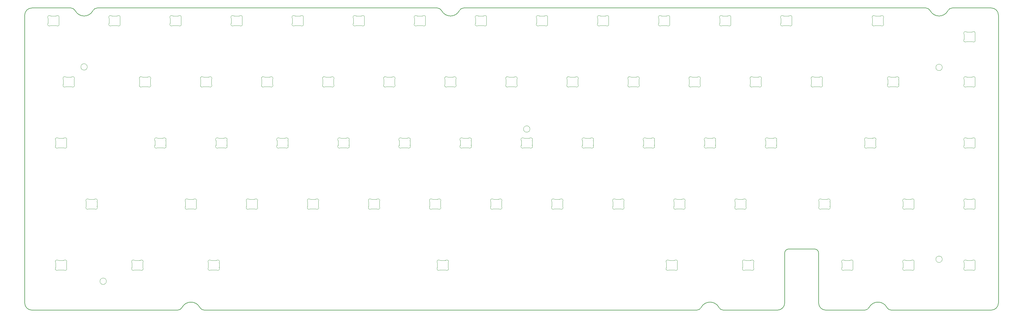
<source format=gbr>
%TF.GenerationSoftware,KiCad,Pcbnew,9.0.2*%
%TF.CreationDate,2025-06-21T23:14:43+02:00*%
%TF.ProjectId,MOD65,4d4f4436-352e-46b6-9963-61645f706362,2*%
%TF.SameCoordinates,Original*%
%TF.FileFunction,Profile,NP*%
%FSLAX46Y46*%
G04 Gerber Fmt 4.6, Leading zero omitted, Abs format (unit mm)*
G04 Created by KiCad (PCBNEW 9.0.2) date 2025-06-21 23:14:43*
%MOMM*%
%LPD*%
G01*
G04 APERTURE LIST*
%TA.AperFunction,Profile*%
%ADD10C,0.200000*%
%TD*%
%TA.AperFunction,Profile*%
%ADD11C,0.050000*%
%TD*%
%TA.AperFunction,Profile*%
%ADD12C,0.100000*%
%TD*%
G04 APERTURE END LIST*
D10*
X299430035Y-123306451D02*
G75*
G02*
X298099997Y-122500002I-35J1499951D01*
G01*
X240126357Y-122499999D02*
G75*
G02*
X238796323Y-123306444I-1330057J693599D01*
G01*
X50450000Y-29912903D02*
G75*
G02*
X51780034Y-29106508I1330000J-693597D01*
G01*
X317150001Y-29912903D02*
G75*
G02*
X311563857Y-29912903I-2793072J1456451D01*
G01*
D11*
X315356929Y-47631432D02*
G75*
G02*
X313356929Y-47631432I-1000000J0D01*
G01*
X313356929Y-47631432D02*
G75*
G02*
X315356929Y-47631432I1000000J0D01*
G01*
D10*
X78201357Y-122499999D02*
G75*
G02*
X76871323Y-123306444I-1330057J693599D01*
G01*
X43533823Y-29106451D02*
X31381929Y-29106451D01*
X29131929Y-31356451D02*
G75*
G02*
X31381929Y-29106449I2250001J1D01*
G01*
X238796323Y-123306451D02*
X85117534Y-123306451D01*
X330631929Y-29106451D02*
X318480034Y-29106451D01*
X266206929Y-105506451D02*
G75*
G02*
X267456929Y-104256529I1249971J-49D01*
G01*
D11*
X186737500Y-66850000D02*
G75*
G02*
X184737500Y-66850000I-1000000J0D01*
G01*
X184737500Y-66850000D02*
G75*
G02*
X186737500Y-66850000I1000000J0D01*
G01*
D10*
X43533823Y-29106451D02*
G75*
G02*
X44863815Y-29912925I-23J-1499949D01*
G01*
X332881929Y-121056451D02*
X332881929Y-31356451D01*
X330631929Y-123306451D02*
X299430034Y-123306451D01*
X291183823Y-123306451D02*
X279031929Y-123306451D01*
X332881929Y-121056451D02*
G75*
G02*
X330631929Y-123306529I-2250029J-49D01*
G01*
X50450001Y-29912903D02*
G75*
G02*
X44863857Y-29912903I-2793072J1456451D01*
G01*
X85117535Y-123306451D02*
G75*
G02*
X83787497Y-122500002I-35J1499951D01*
G01*
X267456929Y-104256451D02*
X275531929Y-104256451D01*
X76871323Y-123306451D02*
X31381929Y-123306451D01*
X310233823Y-29106451D02*
X166080034Y-29106451D01*
X78201358Y-122499999D02*
G75*
G02*
X83787502Y-122499999I2793072J-1456451D01*
G01*
X266206929Y-121056451D02*
G75*
G02*
X263956929Y-123306529I-2250029J-49D01*
G01*
X157833823Y-29106451D02*
G75*
G02*
X159163815Y-29912925I-23J-1499949D01*
G01*
X310233823Y-29106451D02*
G75*
G02*
X311563815Y-29912925I-23J-1499949D01*
G01*
X31381929Y-123306451D02*
G75*
G02*
X29131949Y-121056451I-29J2249951D01*
G01*
X276781929Y-105506451D02*
X276781929Y-121056451D01*
D11*
X315356929Y-107452898D02*
G75*
G02*
X313356929Y-107452898I-1000000J0D01*
G01*
X313356929Y-107452898D02*
G75*
G02*
X315356929Y-107452898I1000000J0D01*
G01*
D10*
X29131929Y-121056451D02*
X29131929Y-31356451D01*
X266206929Y-105506451D02*
X266206929Y-121056451D01*
X275531929Y-104256451D02*
G75*
G02*
X276781949Y-105506451I-29J-1250049D01*
G01*
X317150000Y-29912903D02*
G75*
G02*
X318480034Y-29106508I1330000J-693597D01*
G01*
X292513857Y-122499999D02*
G75*
G02*
X291183823Y-123306444I-1330057J693599D01*
G01*
X330631929Y-29106451D02*
G75*
G02*
X332881949Y-31356451I-29J-2250049D01*
G01*
D11*
X54610054Y-114306431D02*
G75*
G02*
X52610054Y-114306431I-1000000J0D01*
G01*
X52610054Y-114306431D02*
G75*
G02*
X54610054Y-114306431I1000000J0D01*
G01*
D10*
X292513858Y-122499999D02*
G75*
G02*
X298099955Y-122500024I2793042J-1456401D01*
G01*
X164750000Y-29912903D02*
G75*
G02*
X166080034Y-29106508I1330000J-693597D01*
G01*
X164750001Y-29912903D02*
G75*
G02*
X159163857Y-29912903I-2793072J1456451D01*
G01*
X157833823Y-29106451D02*
X51780034Y-29106451D01*
X247042535Y-123306451D02*
G75*
G02*
X245712497Y-122500002I-35J1499951D01*
G01*
X240126358Y-122499999D02*
G75*
G02*
X245712455Y-122500024I2793042J-1456401D01*
G01*
D11*
X48656929Y-47480002D02*
G75*
G02*
X46656929Y-47480002I-1000000J0D01*
G01*
X46656929Y-47480002D02*
G75*
G02*
X48656929Y-47480002I1000000J0D01*
G01*
D10*
X263956929Y-123306451D02*
X247042534Y-123306451D01*
X279031929Y-123306451D02*
G75*
G02*
X276781949Y-121056451I-29J2249951D01*
G01*
D12*
%TO.C,LED51*%
X174512501Y-90952841D02*
X174512501Y-89547157D01*
X175418048Y-88750000D02*
X177006953Y-88750000D01*
X177006952Y-91749999D02*
X175418048Y-91749999D01*
X177912499Y-89547157D02*
X177912499Y-90952841D01*
X174463016Y-89330279D02*
G75*
G02*
X174512476Y-89547157I-450516J-216821D01*
G01*
X174463016Y-89330279D02*
G75*
G02*
X175165789Y-88681700I450514J216879D01*
G01*
X174512501Y-90952842D02*
G75*
G02*
X174463017Y-91169719I-500361J82D01*
G01*
X175165789Y-91818296D02*
G75*
G02*
X174463020Y-91169721I-252259J431696D01*
G01*
X175165790Y-91818298D02*
G75*
G02*
X175418048Y-91750000I252260J-431712D01*
G01*
X175418047Y-88749999D02*
G75*
G02*
X175165789Y-88681700I3J500009D01*
G01*
X177006952Y-91749999D02*
G75*
G02*
X177259211Y-91818298I-2J-500009D01*
G01*
X177259211Y-88681701D02*
G75*
G02*
X177006953Y-88750000I-252261J431710D01*
G01*
X177259211Y-88681701D02*
G75*
G02*
X177961985Y-89330279I252259J-431700D01*
G01*
X177912499Y-89547156D02*
G75*
G02*
X177961984Y-89330279I499990J1D01*
G01*
X177961984Y-91169718D02*
G75*
G02*
X177259211Y-91818298I-450514J-216880D01*
G01*
X177961984Y-91169719D02*
G75*
G02*
X177912499Y-90952841I450505J216876D01*
G01*
%TO.C,LED48*%
X117362501Y-90952841D02*
X117362501Y-89547157D01*
X118268048Y-88750000D02*
X119856953Y-88750000D01*
X119856952Y-91749999D02*
X118268048Y-91749999D01*
X120762499Y-89547157D02*
X120762499Y-90952841D01*
X117313016Y-89330279D02*
G75*
G02*
X117362476Y-89547157I-450516J-216821D01*
G01*
X117313016Y-89330279D02*
G75*
G02*
X118015789Y-88681700I450514J216879D01*
G01*
X117362501Y-90952842D02*
G75*
G02*
X117313017Y-91169719I-500361J82D01*
G01*
X118015789Y-91818296D02*
G75*
G02*
X117313020Y-91169721I-252259J431696D01*
G01*
X118015790Y-91818298D02*
G75*
G02*
X118268048Y-91750000I252260J-431712D01*
G01*
X118268047Y-88749999D02*
G75*
G02*
X118015789Y-88681700I3J500009D01*
G01*
X119856952Y-91749999D02*
G75*
G02*
X120109211Y-91818298I-2J-500009D01*
G01*
X120109211Y-88681701D02*
G75*
G02*
X119856953Y-88750000I-252261J431710D01*
G01*
X120109211Y-88681701D02*
G75*
G02*
X120811985Y-89330279I252259J-431700D01*
G01*
X120762499Y-89547156D02*
G75*
G02*
X120811984Y-89330279I499990J1D01*
G01*
X120811984Y-91169718D02*
G75*
G02*
X120109211Y-91818298I-450514J-216880D01*
G01*
X120811984Y-91169719D02*
G75*
G02*
X120762499Y-90952841I450505J216876D01*
G01*
%TO.C,LED45*%
X48306251Y-90952841D02*
X48306251Y-89547157D01*
X49211798Y-88750000D02*
X50800703Y-88750000D01*
X50800702Y-91749999D02*
X49211798Y-91749999D01*
X51706249Y-89547157D02*
X51706249Y-90952841D01*
X48256766Y-89330279D02*
G75*
G02*
X48306226Y-89547157I-450516J-216821D01*
G01*
X48256766Y-89330279D02*
G75*
G02*
X48959539Y-88681700I450514J216879D01*
G01*
X48306251Y-90952842D02*
G75*
G02*
X48256767Y-91169719I-500361J82D01*
G01*
X48959539Y-91818296D02*
G75*
G02*
X48256770Y-91169721I-252259J431696D01*
G01*
X48959540Y-91818298D02*
G75*
G02*
X49211798Y-91750000I252260J-431712D01*
G01*
X49211797Y-88749999D02*
G75*
G02*
X48959539Y-88681700I3J500009D01*
G01*
X50800702Y-91749999D02*
G75*
G02*
X51052961Y-91818298I-2J-500009D01*
G01*
X51052961Y-88681701D02*
G75*
G02*
X50800703Y-88750000I-252261J431710D01*
G01*
X51052961Y-88681701D02*
G75*
G02*
X51755735Y-89330279I252259J-431700D01*
G01*
X51706249Y-89547156D02*
G75*
G02*
X51755734Y-89330279I499990J1D01*
G01*
X51755734Y-91169718D02*
G75*
G02*
X51052961Y-91818298I-450514J-216880D01*
G01*
X51755734Y-91169719D02*
G75*
G02*
X51706249Y-90952841I450505J216876D01*
G01*
%TO.C,LED15*%
X322150001Y-38802843D02*
X322150001Y-37397159D01*
X323055548Y-36600001D02*
X324644452Y-36600001D01*
X324644452Y-39600000D02*
X323055547Y-39600000D01*
X325549999Y-37397159D02*
X325549999Y-38802843D01*
X322100516Y-37180281D02*
G75*
G02*
X322150001Y-37397159I-450505J-216876D01*
G01*
X322100516Y-37180282D02*
G75*
G02*
X322803289Y-36531702I450514J216880D01*
G01*
X322150001Y-38802844D02*
G75*
G02*
X322100516Y-39019721I-499990J-1D01*
G01*
X322803289Y-39668299D02*
G75*
G02*
X322100515Y-39019721I-252259J431700D01*
G01*
X322803289Y-39668299D02*
G75*
G02*
X323055547Y-39600000I252261J-431710D01*
G01*
X323055548Y-36600001D02*
G75*
G02*
X322803289Y-36531702I2J500009D01*
G01*
X324644453Y-39600001D02*
G75*
G02*
X324896711Y-39668300I-3J-500009D01*
G01*
X324896710Y-36531702D02*
G75*
G02*
X324644452Y-36600000I-252260J431712D01*
G01*
X324896711Y-36531704D02*
G75*
G02*
X325599480Y-37180279I252259J-431696D01*
G01*
X325549999Y-37397158D02*
G75*
G02*
X325599483Y-37180281I500361J-82D01*
G01*
X325599484Y-39019721D02*
G75*
G02*
X324896711Y-39668300I-450514J-216879D01*
G01*
X325599484Y-39019721D02*
G75*
G02*
X325550024Y-38802843I450516J216821D01*
G01*
%TO.C,LED65*%
X284050001Y-110002843D02*
X284050001Y-108597159D01*
X284955548Y-107800001D02*
X286544452Y-107800001D01*
X286544452Y-110800000D02*
X284955547Y-110800000D01*
X287449999Y-108597159D02*
X287449999Y-110002843D01*
X284000516Y-108380281D02*
G75*
G02*
X284050001Y-108597159I-450505J-216876D01*
G01*
X284000516Y-108380282D02*
G75*
G02*
X284703289Y-107731702I450514J216880D01*
G01*
X284050001Y-110002844D02*
G75*
G02*
X284000516Y-110219721I-499990J-1D01*
G01*
X284703289Y-110868299D02*
G75*
G02*
X284000515Y-110219721I-252259J431700D01*
G01*
X284703289Y-110868299D02*
G75*
G02*
X284955547Y-110800000I252261J-431710D01*
G01*
X284955548Y-107800001D02*
G75*
G02*
X284703289Y-107731702I2J500009D01*
G01*
X286544453Y-110800001D02*
G75*
G02*
X286796711Y-110868300I-3J-500009D01*
G01*
X286796710Y-107731702D02*
G75*
G02*
X286544452Y-107800000I-252260J431712D01*
G01*
X286796711Y-107731704D02*
G75*
G02*
X287499480Y-108380279I252259J-431696D01*
G01*
X287449999Y-108597158D02*
G75*
G02*
X287499483Y-108380281I500361J-82D01*
G01*
X287499484Y-110219721D02*
G75*
G02*
X286796711Y-110868300I-450514J-216879D01*
G01*
X287499484Y-110219721D02*
G75*
G02*
X287450024Y-110002843I450516J216821D01*
G01*
%TO.C,LED31*%
X38781251Y-71902843D02*
X38781251Y-70497159D01*
X39686798Y-69700001D02*
X41275702Y-69700001D01*
X41275702Y-72700000D02*
X39686797Y-72700000D01*
X42181249Y-70497159D02*
X42181249Y-71902843D01*
X38731766Y-70280281D02*
G75*
G02*
X38781251Y-70497159I-450505J-216876D01*
G01*
X38731766Y-70280282D02*
G75*
G02*
X39434539Y-69631702I450514J216880D01*
G01*
X38781251Y-71902844D02*
G75*
G02*
X38731766Y-72119721I-499990J-1D01*
G01*
X39434539Y-72768299D02*
G75*
G02*
X38731765Y-72119721I-252259J431700D01*
G01*
X39434539Y-72768299D02*
G75*
G02*
X39686797Y-72700000I252261J-431710D01*
G01*
X39686798Y-69700001D02*
G75*
G02*
X39434539Y-69631702I2J500009D01*
G01*
X41275703Y-72700001D02*
G75*
G02*
X41527961Y-72768300I-3J-500009D01*
G01*
X41527960Y-69631702D02*
G75*
G02*
X41275702Y-69700000I-252260J431712D01*
G01*
X41527961Y-69631704D02*
G75*
G02*
X42230730Y-70280279I252259J-431696D01*
G01*
X42181249Y-70497158D02*
G75*
G02*
X42230733Y-70280281I500361J-82D01*
G01*
X42230734Y-72119721D02*
G75*
G02*
X41527961Y-72768300I-450514J-216879D01*
G01*
X42230734Y-72119721D02*
G75*
G02*
X42181274Y-71902843I450516J216821D01*
G01*
%TO.C,LED64*%
X253093751Y-110002843D02*
X253093751Y-108597159D01*
X253999298Y-107800001D02*
X255588202Y-107800001D01*
X255588202Y-110800000D02*
X253999297Y-110800000D01*
X256493749Y-108597159D02*
X256493749Y-110002843D01*
X253044266Y-108380281D02*
G75*
G02*
X253093751Y-108597159I-450505J-216876D01*
G01*
X253044266Y-108380282D02*
G75*
G02*
X253747039Y-107731702I450514J216880D01*
G01*
X253093751Y-110002844D02*
G75*
G02*
X253044266Y-110219721I-499990J-1D01*
G01*
X253747039Y-110868299D02*
G75*
G02*
X253044265Y-110219721I-252259J431700D01*
G01*
X253747039Y-110868299D02*
G75*
G02*
X253999297Y-110800000I252261J-431710D01*
G01*
X253999298Y-107800001D02*
G75*
G02*
X253747039Y-107731702I2J500009D01*
G01*
X255588203Y-110800001D02*
G75*
G02*
X255840461Y-110868300I-3J-500009D01*
G01*
X255840460Y-107731702D02*
G75*
G02*
X255588202Y-107800000I-252260J431712D01*
G01*
X255840461Y-107731704D02*
G75*
G02*
X256543230Y-108380279I252259J-431696D01*
G01*
X256493749Y-108597158D02*
G75*
G02*
X256543233Y-108380281I500361J-82D01*
G01*
X256543234Y-110219721D02*
G75*
G02*
X255840461Y-110868300I-450514J-216879D01*
G01*
X256543234Y-110219721D02*
G75*
G02*
X256493774Y-110002843I450516J216821D01*
G01*
%TO.C,LED33*%
X88787501Y-71902843D02*
X88787501Y-70497159D01*
X89693048Y-69700001D02*
X91281952Y-69700001D01*
X91281952Y-72700000D02*
X89693047Y-72700000D01*
X92187499Y-70497159D02*
X92187499Y-71902843D01*
X88738016Y-70280281D02*
G75*
G02*
X88787501Y-70497159I-450505J-216876D01*
G01*
X88738016Y-70280282D02*
G75*
G02*
X89440789Y-69631702I450514J216880D01*
G01*
X88787501Y-71902844D02*
G75*
G02*
X88738016Y-72119721I-499990J-1D01*
G01*
X89440789Y-72768299D02*
G75*
G02*
X88738015Y-72119721I-252259J431700D01*
G01*
X89440789Y-72768299D02*
G75*
G02*
X89693047Y-72700000I252261J-431710D01*
G01*
X89693048Y-69700001D02*
G75*
G02*
X89440789Y-69631702I2J500009D01*
G01*
X91281953Y-72700001D02*
G75*
G02*
X91534211Y-72768300I-3J-500009D01*
G01*
X91534210Y-69631702D02*
G75*
G02*
X91281952Y-69700000I-252260J431712D01*
G01*
X91534211Y-69631704D02*
G75*
G02*
X92236980Y-70280279I252259J-431696D01*
G01*
X92187499Y-70497158D02*
G75*
G02*
X92236983Y-70280281I500361J-82D01*
G01*
X92236984Y-72119721D02*
G75*
G02*
X91534211Y-72768300I-450514J-216879D01*
G01*
X92236984Y-72119721D02*
G75*
G02*
X92187524Y-71902843I450516J216821D01*
G01*
%TO.C,LED26*%
X236425001Y-52852841D02*
X236425001Y-51447157D01*
X237330548Y-50650000D02*
X238919453Y-50650000D01*
X238919452Y-53649999D02*
X237330548Y-53649999D01*
X239824999Y-51447157D02*
X239824999Y-52852841D01*
X236375516Y-51230279D02*
G75*
G02*
X236424976Y-51447157I-450516J-216821D01*
G01*
X236375516Y-51230279D02*
G75*
G02*
X237078289Y-50581700I450514J216879D01*
G01*
X236425001Y-52852842D02*
G75*
G02*
X236375517Y-53069719I-500361J82D01*
G01*
X237078289Y-53718296D02*
G75*
G02*
X236375520Y-53069721I-252259J431696D01*
G01*
X237078290Y-53718298D02*
G75*
G02*
X237330548Y-53650000I252260J-431712D01*
G01*
X237330547Y-50649999D02*
G75*
G02*
X237078289Y-50581700I3J500009D01*
G01*
X238919452Y-53649999D02*
G75*
G02*
X239171711Y-53718298I-2J-500009D01*
G01*
X239171711Y-50581701D02*
G75*
G02*
X238919453Y-50650000I-252261J431710D01*
G01*
X239171711Y-50581701D02*
G75*
G02*
X239874485Y-51230279I252259J-431700D01*
G01*
X239824999Y-51447156D02*
G75*
G02*
X239874484Y-51230279I499990J1D01*
G01*
X239874484Y-53069718D02*
G75*
G02*
X239171711Y-53718298I-450514J-216880D01*
G01*
X239874484Y-53069719D02*
G75*
G02*
X239824999Y-52852841I450505J216876D01*
G01*
%TO.C,LED21*%
X141175001Y-52852841D02*
X141175001Y-51447157D01*
X142080548Y-50650000D02*
X143669453Y-50650000D01*
X143669452Y-53649999D02*
X142080548Y-53649999D01*
X144574999Y-51447157D02*
X144574999Y-52852841D01*
X141125516Y-51230279D02*
G75*
G02*
X141174976Y-51447157I-450516J-216821D01*
G01*
X141125516Y-51230279D02*
G75*
G02*
X141828289Y-50581700I450514J216879D01*
G01*
X141175001Y-52852842D02*
G75*
G02*
X141125517Y-53069719I-500361J82D01*
G01*
X141828289Y-53718296D02*
G75*
G02*
X141125520Y-53069721I-252259J431696D01*
G01*
X141828290Y-53718298D02*
G75*
G02*
X142080548Y-53650000I252260J-431712D01*
G01*
X142080547Y-50649999D02*
G75*
G02*
X141828289Y-50581700I3J500009D01*
G01*
X143669452Y-53649999D02*
G75*
G02*
X143921711Y-53718298I-2J-500009D01*
G01*
X143921711Y-50581701D02*
G75*
G02*
X143669453Y-50650000I-252261J431710D01*
G01*
X143921711Y-50581701D02*
G75*
G02*
X144624485Y-51230279I252259J-431700D01*
G01*
X144574999Y-51447156D02*
G75*
G02*
X144624484Y-51230279I499990J1D01*
G01*
X144624484Y-53069718D02*
G75*
G02*
X143921711Y-53718298I-450514J-216880D01*
G01*
X144624484Y-53069719D02*
G75*
G02*
X144574999Y-52852841I450505J216876D01*
G01*
%TO.C,LED6*%
X131650001Y-33802843D02*
X131650001Y-32397159D01*
X132555548Y-31600001D02*
X134144452Y-31600001D01*
X134144452Y-34600000D02*
X132555547Y-34600000D01*
X135049999Y-32397159D02*
X135049999Y-33802843D01*
X131600516Y-32180281D02*
G75*
G02*
X131650001Y-32397159I-450505J-216876D01*
G01*
X131600516Y-32180282D02*
G75*
G02*
X132303289Y-31531702I450514J216880D01*
G01*
X131650001Y-33802844D02*
G75*
G02*
X131600516Y-34019721I-499990J-1D01*
G01*
X132303289Y-34668299D02*
G75*
G02*
X131600515Y-34019721I-252259J431700D01*
G01*
X132303289Y-34668299D02*
G75*
G02*
X132555547Y-34600000I252261J-431710D01*
G01*
X132555548Y-31600001D02*
G75*
G02*
X132303289Y-31531702I2J500009D01*
G01*
X134144453Y-34600001D02*
G75*
G02*
X134396711Y-34668300I-3J-500009D01*
G01*
X134396710Y-31531702D02*
G75*
G02*
X134144452Y-31600000I-252260J431712D01*
G01*
X134396711Y-31531704D02*
G75*
G02*
X135099480Y-32180279I252259J-431696D01*
G01*
X135049999Y-32397158D02*
G75*
G02*
X135099483Y-32180281I500361J-82D01*
G01*
X135099484Y-34019721D02*
G75*
G02*
X134396711Y-34668300I-450514J-216879D01*
G01*
X135099484Y-34019721D02*
G75*
G02*
X135050024Y-33802843I450516J216821D01*
G01*
%TO.C,LED61*%
X86406251Y-110002843D02*
X86406251Y-108597159D01*
X87311798Y-107800001D02*
X88900702Y-107800001D01*
X88900702Y-110800000D02*
X87311797Y-110800000D01*
X89806249Y-108597159D02*
X89806249Y-110002843D01*
X86356766Y-108380281D02*
G75*
G02*
X86406251Y-108597159I-450505J-216876D01*
G01*
X86356766Y-108380282D02*
G75*
G02*
X87059539Y-107731702I450514J216880D01*
G01*
X86406251Y-110002844D02*
G75*
G02*
X86356766Y-110219721I-499990J-1D01*
G01*
X87059539Y-110868299D02*
G75*
G02*
X86356765Y-110219721I-252259J431700D01*
G01*
X87059539Y-110868299D02*
G75*
G02*
X87311797Y-110800000I252261J-431710D01*
G01*
X87311798Y-107800001D02*
G75*
G02*
X87059539Y-107731702I2J500009D01*
G01*
X88900703Y-110800001D02*
G75*
G02*
X89152961Y-110868300I-3J-500009D01*
G01*
X89152960Y-107731702D02*
G75*
G02*
X88900702Y-107800000I-252260J431712D01*
G01*
X89152961Y-107731704D02*
G75*
G02*
X89855730Y-108380279I252259J-431696D01*
G01*
X89806249Y-108597158D02*
G75*
G02*
X89855733Y-108380281I500361J-82D01*
G01*
X89855734Y-110219721D02*
G75*
G02*
X89152961Y-110868300I-450514J-216879D01*
G01*
X89855734Y-110219721D02*
G75*
G02*
X89806274Y-110002843I450516J216821D01*
G01*
%TO.C,LED13*%
X265000001Y-33802843D02*
X265000001Y-32397159D01*
X265905548Y-31600001D02*
X267494452Y-31600001D01*
X267494452Y-34600000D02*
X265905547Y-34600000D01*
X268399999Y-32397159D02*
X268399999Y-33802843D01*
X264950516Y-32180281D02*
G75*
G02*
X265000001Y-32397159I-450505J-216876D01*
G01*
X264950516Y-32180282D02*
G75*
G02*
X265653289Y-31531702I450514J216880D01*
G01*
X265000001Y-33802844D02*
G75*
G02*
X264950516Y-34019721I-499990J-1D01*
G01*
X265653289Y-34668299D02*
G75*
G02*
X264950515Y-34019721I-252259J431700D01*
G01*
X265653289Y-34668299D02*
G75*
G02*
X265905547Y-34600000I252261J-431710D01*
G01*
X265905548Y-31600001D02*
G75*
G02*
X265653289Y-31531702I2J500009D01*
G01*
X267494453Y-34600001D02*
G75*
G02*
X267746711Y-34668300I-3J-500009D01*
G01*
X267746710Y-31531702D02*
G75*
G02*
X267494452Y-31600000I-252260J431712D01*
G01*
X267746711Y-31531704D02*
G75*
G02*
X268449480Y-32180279I252259J-431696D01*
G01*
X268399999Y-32397158D02*
G75*
G02*
X268449483Y-32180281I500361J-82D01*
G01*
X268449484Y-34019721D02*
G75*
G02*
X267746711Y-34668300I-450514J-216879D01*
G01*
X268449484Y-34019721D02*
G75*
G02*
X268400024Y-33802843I450516J216821D01*
G01*
%TO.C,LED30*%
X322150001Y-52852841D02*
X322150001Y-51447157D01*
X323055548Y-50650000D02*
X324644453Y-50650000D01*
X324644452Y-53649999D02*
X323055548Y-53649999D01*
X325549999Y-51447157D02*
X325549999Y-52852841D01*
X322100516Y-51230279D02*
G75*
G02*
X322149976Y-51447157I-450516J-216821D01*
G01*
X322100516Y-51230279D02*
G75*
G02*
X322803289Y-50581700I450514J216879D01*
G01*
X322150001Y-52852842D02*
G75*
G02*
X322100517Y-53069719I-500361J82D01*
G01*
X322803289Y-53718296D02*
G75*
G02*
X322100520Y-53069721I-252259J431696D01*
G01*
X322803290Y-53718298D02*
G75*
G02*
X323055548Y-53650000I252260J-431712D01*
G01*
X323055547Y-50649999D02*
G75*
G02*
X322803289Y-50581700I3J500009D01*
G01*
X324644452Y-53649999D02*
G75*
G02*
X324896711Y-53718298I-2J-500009D01*
G01*
X324896711Y-50581701D02*
G75*
G02*
X324644453Y-50650000I-252261J431710D01*
G01*
X324896711Y-50581701D02*
G75*
G02*
X325599485Y-51230279I252259J-431700D01*
G01*
X325549999Y-51447156D02*
G75*
G02*
X325599484Y-51230279I499990J1D01*
G01*
X325599484Y-53069718D02*
G75*
G02*
X324896711Y-53718298I-450514J-216880D01*
G01*
X325599484Y-53069719D02*
G75*
G02*
X325549999Y-52852841I450505J216876D01*
G01*
%TO.C,LED62*%
X157843751Y-110002843D02*
X157843751Y-108597159D01*
X158749298Y-107800001D02*
X160338202Y-107800001D01*
X160338202Y-110800000D02*
X158749297Y-110800000D01*
X161243749Y-108597159D02*
X161243749Y-110002843D01*
X157794266Y-108380281D02*
G75*
G02*
X157843751Y-108597159I-450505J-216876D01*
G01*
X157794266Y-108380282D02*
G75*
G02*
X158497039Y-107731702I450514J216880D01*
G01*
X157843751Y-110002844D02*
G75*
G02*
X157794266Y-110219721I-499990J-1D01*
G01*
X158497039Y-110868299D02*
G75*
G02*
X157794265Y-110219721I-252259J431700D01*
G01*
X158497039Y-110868299D02*
G75*
G02*
X158749297Y-110800000I252261J-431710D01*
G01*
X158749298Y-107800001D02*
G75*
G02*
X158497039Y-107731702I2J500009D01*
G01*
X160338203Y-110800001D02*
G75*
G02*
X160590461Y-110868300I-3J-500009D01*
G01*
X160590460Y-107731702D02*
G75*
G02*
X160338202Y-107800000I-252260J431712D01*
G01*
X160590461Y-107731704D02*
G75*
G02*
X161293230Y-108380279I252259J-431696D01*
G01*
X161243749Y-108597158D02*
G75*
G02*
X161293233Y-108380281I500361J-82D01*
G01*
X161293234Y-110219721D02*
G75*
G02*
X160590461Y-110868300I-450514J-216879D01*
G01*
X161293234Y-110219721D02*
G75*
G02*
X161243774Y-110002843I450516J216821D01*
G01*
%TO.C,LED60*%
X62593751Y-110002843D02*
X62593751Y-108597159D01*
X63499298Y-107800001D02*
X65088202Y-107800001D01*
X65088202Y-110800000D02*
X63499297Y-110800000D01*
X65993749Y-108597159D02*
X65993749Y-110002843D01*
X62544266Y-108380281D02*
G75*
G02*
X62593751Y-108597159I-450505J-216876D01*
G01*
X62544266Y-108380282D02*
G75*
G02*
X63247039Y-107731702I450514J216880D01*
G01*
X62593751Y-110002844D02*
G75*
G02*
X62544266Y-110219721I-499990J-1D01*
G01*
X63247039Y-110868299D02*
G75*
G02*
X62544265Y-110219721I-252259J431700D01*
G01*
X63247039Y-110868299D02*
G75*
G02*
X63499297Y-110800000I252261J-431710D01*
G01*
X63499298Y-107800001D02*
G75*
G02*
X63247039Y-107731702I2J500009D01*
G01*
X65088203Y-110800001D02*
G75*
G02*
X65340461Y-110868300I-3J-500009D01*
G01*
X65340460Y-107731702D02*
G75*
G02*
X65088202Y-107800000I-252260J431712D01*
G01*
X65340461Y-107731704D02*
G75*
G02*
X66043230Y-108380279I252259J-431696D01*
G01*
X65993749Y-108597158D02*
G75*
G02*
X66043233Y-108380281I500361J-82D01*
G01*
X66043234Y-110219721D02*
G75*
G02*
X65340461Y-110868300I-450514J-216879D01*
G01*
X66043234Y-110219721D02*
G75*
G02*
X65993774Y-110002843I450516J216821D01*
G01*
%TO.C,LED43*%
X291193751Y-71902843D02*
X291193751Y-70497159D01*
X292099298Y-69700001D02*
X293688202Y-69700001D01*
X293688202Y-72700000D02*
X292099297Y-72700000D01*
X294593749Y-70497159D02*
X294593749Y-71902843D01*
X291144266Y-70280281D02*
G75*
G02*
X291193751Y-70497159I-450505J-216876D01*
G01*
X291144266Y-70280282D02*
G75*
G02*
X291847039Y-69631702I450514J216880D01*
G01*
X291193751Y-71902844D02*
G75*
G02*
X291144266Y-72119721I-499990J-1D01*
G01*
X291847039Y-72768299D02*
G75*
G02*
X291144265Y-72119721I-252259J431700D01*
G01*
X291847039Y-72768299D02*
G75*
G02*
X292099297Y-72700000I252261J-431710D01*
G01*
X292099298Y-69700001D02*
G75*
G02*
X291847039Y-69631702I2J500009D01*
G01*
X293688203Y-72700001D02*
G75*
G02*
X293940461Y-72768300I-3J-500009D01*
G01*
X293940460Y-69631702D02*
G75*
G02*
X293688202Y-69700000I-252260J431712D01*
G01*
X293940461Y-69631704D02*
G75*
G02*
X294643230Y-70280279I252259J-431696D01*
G01*
X294593749Y-70497158D02*
G75*
G02*
X294643233Y-70280281I500361J-82D01*
G01*
X294643234Y-72119721D02*
G75*
G02*
X293940461Y-72768300I-450514J-216879D01*
G01*
X294643234Y-72119721D02*
G75*
G02*
X294593774Y-71902843I450516J216821D01*
G01*
%TO.C,LED19*%
X103075001Y-52852841D02*
X103075001Y-51447157D01*
X103980548Y-50650000D02*
X105569453Y-50650000D01*
X105569452Y-53649999D02*
X103980548Y-53649999D01*
X106474999Y-51447157D02*
X106474999Y-52852841D01*
X103025516Y-51230279D02*
G75*
G02*
X103074976Y-51447157I-450516J-216821D01*
G01*
X103025516Y-51230279D02*
G75*
G02*
X103728289Y-50581700I450514J216879D01*
G01*
X103075001Y-52852842D02*
G75*
G02*
X103025517Y-53069719I-500361J82D01*
G01*
X103728289Y-53718296D02*
G75*
G02*
X103025520Y-53069721I-252259J431696D01*
G01*
X103728290Y-53718298D02*
G75*
G02*
X103980548Y-53650000I252260J-431712D01*
G01*
X103980547Y-50649999D02*
G75*
G02*
X103728289Y-50581700I3J500009D01*
G01*
X105569452Y-53649999D02*
G75*
G02*
X105821711Y-53718298I-2J-500009D01*
G01*
X105821711Y-50581701D02*
G75*
G02*
X105569453Y-50650000I-252261J431710D01*
G01*
X105821711Y-50581701D02*
G75*
G02*
X106524485Y-51230279I252259J-431700D01*
G01*
X106474999Y-51447156D02*
G75*
G02*
X106524484Y-51230279I499990J1D01*
G01*
X106524484Y-53069718D02*
G75*
G02*
X105821711Y-53718298I-450514J-216880D01*
G01*
X106524484Y-53069719D02*
G75*
G02*
X106474999Y-52852841I450505J216876D01*
G01*
%TO.C,LED34*%
X107837501Y-71902843D02*
X107837501Y-70497159D01*
X108743048Y-69700001D02*
X110331952Y-69700001D01*
X110331952Y-72700000D02*
X108743047Y-72700000D01*
X111237499Y-70497159D02*
X111237499Y-71902843D01*
X107788016Y-70280281D02*
G75*
G02*
X107837501Y-70497159I-450505J-216876D01*
G01*
X107788016Y-70280282D02*
G75*
G02*
X108490789Y-69631702I450514J216880D01*
G01*
X107837501Y-71902844D02*
G75*
G02*
X107788016Y-72119721I-499990J-1D01*
G01*
X108490789Y-72768299D02*
G75*
G02*
X107788015Y-72119721I-252259J431700D01*
G01*
X108490789Y-72768299D02*
G75*
G02*
X108743047Y-72700000I252261J-431710D01*
G01*
X108743048Y-69700001D02*
G75*
G02*
X108490789Y-69631702I2J500009D01*
G01*
X110331953Y-72700001D02*
G75*
G02*
X110584211Y-72768300I-3J-500009D01*
G01*
X110584210Y-69631702D02*
G75*
G02*
X110331952Y-69700000I-252260J431712D01*
G01*
X110584211Y-69631704D02*
G75*
G02*
X111286980Y-70280279I252259J-431696D01*
G01*
X111237499Y-70497158D02*
G75*
G02*
X111286983Y-70280281I500361J-82D01*
G01*
X111286984Y-72119721D02*
G75*
G02*
X110584211Y-72768300I-450514J-216879D01*
G01*
X111286984Y-72119721D02*
G75*
G02*
X111237524Y-71902843I450516J216821D01*
G01*
%TO.C,LED7*%
X150700001Y-33802843D02*
X150700001Y-32397159D01*
X151605548Y-31600001D02*
X153194452Y-31600001D01*
X153194452Y-34600000D02*
X151605547Y-34600000D01*
X154099999Y-32397159D02*
X154099999Y-33802843D01*
X150650516Y-32180281D02*
G75*
G02*
X150700001Y-32397159I-450505J-216876D01*
G01*
X150650516Y-32180282D02*
G75*
G02*
X151353289Y-31531702I450514J216880D01*
G01*
X150700001Y-33802844D02*
G75*
G02*
X150650516Y-34019721I-499990J-1D01*
G01*
X151353289Y-34668299D02*
G75*
G02*
X150650515Y-34019721I-252259J431700D01*
G01*
X151353289Y-34668299D02*
G75*
G02*
X151605547Y-34600000I252261J-431710D01*
G01*
X151605548Y-31600001D02*
G75*
G02*
X151353289Y-31531702I2J500009D01*
G01*
X153194453Y-34600001D02*
G75*
G02*
X153446711Y-34668300I-3J-500009D01*
G01*
X153446710Y-31531702D02*
G75*
G02*
X153194452Y-31600000I-252260J431712D01*
G01*
X153446711Y-31531704D02*
G75*
G02*
X154149480Y-32180279I252259J-431696D01*
G01*
X154099999Y-32397158D02*
G75*
G02*
X154149483Y-32180281I500361J-82D01*
G01*
X154149484Y-34019721D02*
G75*
G02*
X153446711Y-34668300I-450514J-216879D01*
G01*
X154149484Y-34019721D02*
G75*
G02*
X154100024Y-33802843I450516J216821D01*
G01*
%TO.C,LED28*%
X274525001Y-52852841D02*
X274525001Y-51447157D01*
X275430548Y-50650000D02*
X277019453Y-50650000D01*
X277019452Y-53649999D02*
X275430548Y-53649999D01*
X277924999Y-51447157D02*
X277924999Y-52852841D01*
X274475516Y-51230279D02*
G75*
G02*
X274524976Y-51447157I-450516J-216821D01*
G01*
X274475516Y-51230279D02*
G75*
G02*
X275178289Y-50581700I450514J216879D01*
G01*
X274525001Y-52852842D02*
G75*
G02*
X274475517Y-53069719I-500361J82D01*
G01*
X275178289Y-53718296D02*
G75*
G02*
X274475520Y-53069721I-252259J431696D01*
G01*
X275178290Y-53718298D02*
G75*
G02*
X275430548Y-53650000I252260J-431712D01*
G01*
X275430547Y-50649999D02*
G75*
G02*
X275178289Y-50581700I3J500009D01*
G01*
X277019452Y-53649999D02*
G75*
G02*
X277271711Y-53718298I-2J-500009D01*
G01*
X277271711Y-50581701D02*
G75*
G02*
X277019453Y-50650000I-252261J431710D01*
G01*
X277271711Y-50581701D02*
G75*
G02*
X277974485Y-51230279I252259J-431700D01*
G01*
X277924999Y-51447156D02*
G75*
G02*
X277974484Y-51230279I499990J1D01*
G01*
X277974484Y-53069718D02*
G75*
G02*
X277271711Y-53718298I-450514J-216880D01*
G01*
X277974484Y-53069719D02*
G75*
G02*
X277924999Y-52852841I450505J216876D01*
G01*
%TO.C,LED12*%
X245950001Y-33802843D02*
X245950001Y-32397159D01*
X246855548Y-31600001D02*
X248444452Y-31600001D01*
X248444452Y-34600000D02*
X246855547Y-34600000D01*
X249349999Y-32397159D02*
X249349999Y-33802843D01*
X245900516Y-32180281D02*
G75*
G02*
X245950001Y-32397159I-450505J-216876D01*
G01*
X245900516Y-32180282D02*
G75*
G02*
X246603289Y-31531702I450514J216880D01*
G01*
X245950001Y-33802844D02*
G75*
G02*
X245900516Y-34019721I-499990J-1D01*
G01*
X246603289Y-34668299D02*
G75*
G02*
X245900515Y-34019721I-252259J431700D01*
G01*
X246603289Y-34668299D02*
G75*
G02*
X246855547Y-34600000I252261J-431710D01*
G01*
X246855548Y-31600001D02*
G75*
G02*
X246603289Y-31531702I2J500009D01*
G01*
X248444453Y-34600001D02*
G75*
G02*
X248696711Y-34668300I-3J-500009D01*
G01*
X248696710Y-31531702D02*
G75*
G02*
X248444452Y-31600000I-252260J431712D01*
G01*
X248696711Y-31531704D02*
G75*
G02*
X249399480Y-32180279I252259J-431696D01*
G01*
X249349999Y-32397158D02*
G75*
G02*
X249399483Y-32180281I500361J-82D01*
G01*
X249399484Y-34019721D02*
G75*
G02*
X248696711Y-34668300I-450514J-216879D01*
G01*
X249399484Y-34019721D02*
G75*
G02*
X249350024Y-33802843I450516J216821D01*
G01*
%TO.C,LED41*%
X241187501Y-71902843D02*
X241187501Y-70497159D01*
X242093048Y-69700001D02*
X243681952Y-69700001D01*
X243681952Y-72700000D02*
X242093047Y-72700000D01*
X244587499Y-70497159D02*
X244587499Y-71902843D01*
X241138016Y-70280281D02*
G75*
G02*
X241187501Y-70497159I-450505J-216876D01*
G01*
X241138016Y-70280282D02*
G75*
G02*
X241840789Y-69631702I450514J216880D01*
G01*
X241187501Y-71902844D02*
G75*
G02*
X241138016Y-72119721I-499990J-1D01*
G01*
X241840789Y-72768299D02*
G75*
G02*
X241138015Y-72119721I-252259J431700D01*
G01*
X241840789Y-72768299D02*
G75*
G02*
X242093047Y-72700000I252261J-431710D01*
G01*
X242093048Y-69700001D02*
G75*
G02*
X241840789Y-69631702I2J500009D01*
G01*
X243681953Y-72700001D02*
G75*
G02*
X243934211Y-72768300I-3J-500009D01*
G01*
X243934210Y-69631702D02*
G75*
G02*
X243681952Y-69700000I-252260J431712D01*
G01*
X243934211Y-69631704D02*
G75*
G02*
X244636980Y-70280279I252259J-431696D01*
G01*
X244587499Y-70497158D02*
G75*
G02*
X244636983Y-70280281I500361J-82D01*
G01*
X244636984Y-72119721D02*
G75*
G02*
X243934211Y-72768300I-450514J-216879D01*
G01*
X244636984Y-72119721D02*
G75*
G02*
X244587524Y-71902843I450516J216821D01*
G01*
%TO.C,LED42*%
X260237501Y-71902843D02*
X260237501Y-70497159D01*
X261143048Y-69700001D02*
X262731952Y-69700001D01*
X262731952Y-72700000D02*
X261143047Y-72700000D01*
X263637499Y-70497159D02*
X263637499Y-71902843D01*
X260188016Y-70280281D02*
G75*
G02*
X260237501Y-70497159I-450505J-216876D01*
G01*
X260188016Y-70280282D02*
G75*
G02*
X260890789Y-69631702I450514J216880D01*
G01*
X260237501Y-71902844D02*
G75*
G02*
X260188016Y-72119721I-499990J-1D01*
G01*
X260890789Y-72768299D02*
G75*
G02*
X260188015Y-72119721I-252259J431700D01*
G01*
X260890789Y-72768299D02*
G75*
G02*
X261143047Y-72700000I252261J-431710D01*
G01*
X261143048Y-69700001D02*
G75*
G02*
X260890789Y-69631702I2J500009D01*
G01*
X262731953Y-72700001D02*
G75*
G02*
X262984211Y-72768300I-3J-500009D01*
G01*
X262984210Y-69631702D02*
G75*
G02*
X262731952Y-69700000I-252260J431712D01*
G01*
X262984211Y-69631704D02*
G75*
G02*
X263686980Y-70280279I252259J-431696D01*
G01*
X263637499Y-70497158D02*
G75*
G02*
X263686983Y-70280281I500361J-82D01*
G01*
X263686984Y-72119721D02*
G75*
G02*
X262984211Y-72768300I-450514J-216879D01*
G01*
X263686984Y-72119721D02*
G75*
G02*
X263637524Y-71902843I450516J216821D01*
G01*
%TO.C,LED67*%
X322150001Y-110002843D02*
X322150001Y-108597159D01*
X323055548Y-107800001D02*
X324644452Y-107800001D01*
X324644452Y-110800000D02*
X323055547Y-110800000D01*
X325549999Y-108597159D02*
X325549999Y-110002843D01*
X322100516Y-108380281D02*
G75*
G02*
X322150001Y-108597159I-450505J-216876D01*
G01*
X322100516Y-108380282D02*
G75*
G02*
X322803289Y-107731702I450514J216880D01*
G01*
X322150001Y-110002844D02*
G75*
G02*
X322100516Y-110219721I-499990J-1D01*
G01*
X322803289Y-110868299D02*
G75*
G02*
X322100515Y-110219721I-252259J431700D01*
G01*
X322803289Y-110868299D02*
G75*
G02*
X323055547Y-110800000I252261J-431710D01*
G01*
X323055548Y-107800001D02*
G75*
G02*
X322803289Y-107731702I2J500009D01*
G01*
X324644453Y-110800001D02*
G75*
G02*
X324896711Y-110868300I-3J-500009D01*
G01*
X324896710Y-107731702D02*
G75*
G02*
X324644452Y-107800000I-252260J431712D01*
G01*
X324896711Y-107731704D02*
G75*
G02*
X325599480Y-108380279I252259J-431696D01*
G01*
X325549999Y-108597158D02*
G75*
G02*
X325599483Y-108380281I500361J-82D01*
G01*
X325599484Y-110219721D02*
G75*
G02*
X324896711Y-110868300I-450514J-216879D01*
G01*
X325599484Y-110219721D02*
G75*
G02*
X325550024Y-110002843I450516J216821D01*
G01*
%TO.C,LED37*%
X164987501Y-71902843D02*
X164987501Y-70497159D01*
X165893048Y-69700001D02*
X167481952Y-69700001D01*
X167481952Y-72700000D02*
X165893047Y-72700000D01*
X168387499Y-70497159D02*
X168387499Y-71902843D01*
X164938016Y-70280281D02*
G75*
G02*
X164987501Y-70497159I-450505J-216876D01*
G01*
X164938016Y-70280282D02*
G75*
G02*
X165640789Y-69631702I450514J216880D01*
G01*
X164987501Y-71902844D02*
G75*
G02*
X164938016Y-72119721I-499990J-1D01*
G01*
X165640789Y-72768299D02*
G75*
G02*
X164938015Y-72119721I-252259J431700D01*
G01*
X165640789Y-72768299D02*
G75*
G02*
X165893047Y-72700000I252261J-431710D01*
G01*
X165893048Y-69700001D02*
G75*
G02*
X165640789Y-69631702I2J500009D01*
G01*
X167481953Y-72700001D02*
G75*
G02*
X167734211Y-72768300I-3J-500009D01*
G01*
X167734210Y-69631702D02*
G75*
G02*
X167481952Y-69700000I-252260J431712D01*
G01*
X167734211Y-69631704D02*
G75*
G02*
X168436980Y-70280279I252259J-431696D01*
G01*
X168387499Y-70497158D02*
G75*
G02*
X168436983Y-70280281I500361J-82D01*
G01*
X168436984Y-72119721D02*
G75*
G02*
X167734211Y-72768300I-450514J-216879D01*
G01*
X168436984Y-72119721D02*
G75*
G02*
X168387524Y-71902843I450516J216821D01*
G01*
%TO.C,LED38*%
X184037501Y-71902843D02*
X184037501Y-70497159D01*
X184943048Y-69700001D02*
X186531952Y-69700001D01*
X186531952Y-72700000D02*
X184943047Y-72700000D01*
X187437499Y-70497159D02*
X187437499Y-71902843D01*
X183988016Y-70280281D02*
G75*
G02*
X184037501Y-70497159I-450505J-216876D01*
G01*
X183988016Y-70280282D02*
G75*
G02*
X184690789Y-69631702I450514J216880D01*
G01*
X184037501Y-71902844D02*
G75*
G02*
X183988016Y-72119721I-499990J-1D01*
G01*
X184690789Y-72768299D02*
G75*
G02*
X183988015Y-72119721I-252259J431700D01*
G01*
X184690789Y-72768299D02*
G75*
G02*
X184943047Y-72700000I252261J-431710D01*
G01*
X184943048Y-69700001D02*
G75*
G02*
X184690789Y-69631702I2J500009D01*
G01*
X186531953Y-72700001D02*
G75*
G02*
X186784211Y-72768300I-3J-500009D01*
G01*
X186784210Y-69631702D02*
G75*
G02*
X186531952Y-69700000I-252260J431712D01*
G01*
X186784211Y-69631704D02*
G75*
G02*
X187486980Y-70280279I252259J-431696D01*
G01*
X187437499Y-70497158D02*
G75*
G02*
X187486983Y-70280281I500361J-82D01*
G01*
X187486984Y-72119721D02*
G75*
G02*
X186784211Y-72768300I-450514J-216879D01*
G01*
X187486984Y-72119721D02*
G75*
G02*
X187437524Y-71902843I450516J216821D01*
G01*
%TO.C,LED54*%
X231662501Y-90952841D02*
X231662501Y-89547157D01*
X232568048Y-88750000D02*
X234156953Y-88750000D01*
X234156952Y-91749999D02*
X232568048Y-91749999D01*
X235062499Y-89547157D02*
X235062499Y-90952841D01*
X231613016Y-89330279D02*
G75*
G02*
X231662476Y-89547157I-450516J-216821D01*
G01*
X231613016Y-89330279D02*
G75*
G02*
X232315789Y-88681700I450514J216879D01*
G01*
X231662501Y-90952842D02*
G75*
G02*
X231613017Y-91169719I-500361J82D01*
G01*
X232315789Y-91818296D02*
G75*
G02*
X231613020Y-91169721I-252259J431696D01*
G01*
X232315790Y-91818298D02*
G75*
G02*
X232568048Y-91750000I252260J-431712D01*
G01*
X232568047Y-88749999D02*
G75*
G02*
X232315789Y-88681700I3J500009D01*
G01*
X234156952Y-91749999D02*
G75*
G02*
X234409211Y-91818298I-2J-500009D01*
G01*
X234409211Y-88681701D02*
G75*
G02*
X234156953Y-88750000I-252261J431710D01*
G01*
X234409211Y-88681701D02*
G75*
G02*
X235111985Y-89330279I252259J-431700D01*
G01*
X235062499Y-89547156D02*
G75*
G02*
X235111984Y-89330279I499990J1D01*
G01*
X235111984Y-91169718D02*
G75*
G02*
X234409211Y-91818298I-450514J-216880D01*
G01*
X235111984Y-91169719D02*
G75*
G02*
X235062499Y-90952841I450505J216876D01*
G01*
%TO.C,LED2*%
X55450001Y-33802843D02*
X55450001Y-32397159D01*
X56355548Y-31600001D02*
X57944452Y-31600001D01*
X57944452Y-34600000D02*
X56355547Y-34600000D01*
X58849999Y-32397159D02*
X58849999Y-33802843D01*
X55400516Y-32180281D02*
G75*
G02*
X55450001Y-32397159I-450505J-216876D01*
G01*
X55400516Y-32180282D02*
G75*
G02*
X56103289Y-31531702I450514J216880D01*
G01*
X55450001Y-33802844D02*
G75*
G02*
X55400516Y-34019721I-499990J-1D01*
G01*
X56103289Y-34668299D02*
G75*
G02*
X55400515Y-34019721I-252259J431700D01*
G01*
X56103289Y-34668299D02*
G75*
G02*
X56355547Y-34600000I252261J-431710D01*
G01*
X56355548Y-31600001D02*
G75*
G02*
X56103289Y-31531702I2J500009D01*
G01*
X57944453Y-34600001D02*
G75*
G02*
X58196711Y-34668300I-3J-500009D01*
G01*
X58196710Y-31531702D02*
G75*
G02*
X57944452Y-31600000I-252260J431712D01*
G01*
X58196711Y-31531704D02*
G75*
G02*
X58899480Y-32180279I252259J-431696D01*
G01*
X58849999Y-32397158D02*
G75*
G02*
X58899483Y-32180281I500361J-82D01*
G01*
X58899484Y-34019721D02*
G75*
G02*
X58196711Y-34668300I-450514J-216879D01*
G01*
X58899484Y-34019721D02*
G75*
G02*
X58850024Y-33802843I450516J216821D01*
G01*
%TO.C,LED46*%
X79262501Y-90952841D02*
X79262501Y-89547157D01*
X80168048Y-88750000D02*
X81756953Y-88750000D01*
X81756952Y-91749999D02*
X80168048Y-91749999D01*
X82662499Y-89547157D02*
X82662499Y-90952841D01*
X79213016Y-89330279D02*
G75*
G02*
X79262476Y-89547157I-450516J-216821D01*
G01*
X79213016Y-89330279D02*
G75*
G02*
X79915789Y-88681700I450514J216879D01*
G01*
X79262501Y-90952842D02*
G75*
G02*
X79213017Y-91169719I-500361J82D01*
G01*
X79915789Y-91818296D02*
G75*
G02*
X79213020Y-91169721I-252259J431696D01*
G01*
X79915790Y-91818298D02*
G75*
G02*
X80168048Y-91750000I252260J-431712D01*
G01*
X80168047Y-88749999D02*
G75*
G02*
X79915789Y-88681700I3J500009D01*
G01*
X81756952Y-91749999D02*
G75*
G02*
X82009211Y-91818298I-2J-500009D01*
G01*
X82009211Y-88681701D02*
G75*
G02*
X81756953Y-88750000I-252261J431710D01*
G01*
X82009211Y-88681701D02*
G75*
G02*
X82711985Y-89330279I252259J-431700D01*
G01*
X82662499Y-89547156D02*
G75*
G02*
X82711984Y-89330279I499990J1D01*
G01*
X82711984Y-91169718D02*
G75*
G02*
X82009211Y-91818298I-450514J-216880D01*
G01*
X82711984Y-91169719D02*
G75*
G02*
X82662499Y-90952841I450505J216876D01*
G01*
%TO.C,LED3*%
X74500001Y-33802843D02*
X74500001Y-32397159D01*
X75405548Y-31600001D02*
X76994452Y-31600001D01*
X76994452Y-34600000D02*
X75405547Y-34600000D01*
X77899999Y-32397159D02*
X77899999Y-33802843D01*
X74450516Y-32180281D02*
G75*
G02*
X74500001Y-32397159I-450505J-216876D01*
G01*
X74450516Y-32180282D02*
G75*
G02*
X75153289Y-31531702I450514J216880D01*
G01*
X74500001Y-33802844D02*
G75*
G02*
X74450516Y-34019721I-499990J-1D01*
G01*
X75153289Y-34668299D02*
G75*
G02*
X74450515Y-34019721I-252259J431700D01*
G01*
X75153289Y-34668299D02*
G75*
G02*
X75405547Y-34600000I252261J-431710D01*
G01*
X75405548Y-31600001D02*
G75*
G02*
X75153289Y-31531702I2J500009D01*
G01*
X76994453Y-34600001D02*
G75*
G02*
X77246711Y-34668300I-3J-500009D01*
G01*
X77246710Y-31531702D02*
G75*
G02*
X76994452Y-31600000I-252260J431712D01*
G01*
X77246711Y-31531704D02*
G75*
G02*
X77949480Y-32180279I252259J-431696D01*
G01*
X77899999Y-32397158D02*
G75*
G02*
X77949483Y-32180281I500361J-82D01*
G01*
X77949484Y-34019721D02*
G75*
G02*
X77246711Y-34668300I-450514J-216879D01*
G01*
X77949484Y-34019721D02*
G75*
G02*
X77900024Y-33802843I450516J216821D01*
G01*
%TO.C,LED52*%
X193562501Y-90952841D02*
X193562501Y-89547157D01*
X194468048Y-88750000D02*
X196056953Y-88750000D01*
X196056952Y-91749999D02*
X194468048Y-91749999D01*
X196962499Y-89547157D02*
X196962499Y-90952841D01*
X193513016Y-89330279D02*
G75*
G02*
X193562476Y-89547157I-450516J-216821D01*
G01*
X193513016Y-89330279D02*
G75*
G02*
X194215789Y-88681700I450514J216879D01*
G01*
X193562501Y-90952842D02*
G75*
G02*
X193513017Y-91169719I-500361J82D01*
G01*
X194215789Y-91818296D02*
G75*
G02*
X193513020Y-91169721I-252259J431696D01*
G01*
X194215790Y-91818298D02*
G75*
G02*
X194468048Y-91750000I252260J-431712D01*
G01*
X194468047Y-88749999D02*
G75*
G02*
X194215789Y-88681700I3J500009D01*
G01*
X196056952Y-91749999D02*
G75*
G02*
X196309211Y-91818298I-2J-500009D01*
G01*
X196309211Y-88681701D02*
G75*
G02*
X196056953Y-88750000I-252261J431710D01*
G01*
X196309211Y-88681701D02*
G75*
G02*
X197011985Y-89330279I252259J-431700D01*
G01*
X196962499Y-89547156D02*
G75*
G02*
X197011984Y-89330279I499990J1D01*
G01*
X197011984Y-91169718D02*
G75*
G02*
X196309211Y-91818298I-450514J-216880D01*
G01*
X197011984Y-91169719D02*
G75*
G02*
X196962499Y-90952841I450505J216876D01*
G01*
%TO.C,LED23*%
X179275001Y-52852841D02*
X179275001Y-51447157D01*
X180180548Y-50650000D02*
X181769453Y-50650000D01*
X181769452Y-53649999D02*
X180180548Y-53649999D01*
X182674999Y-51447157D02*
X182674999Y-52852841D01*
X179225516Y-51230279D02*
G75*
G02*
X179274976Y-51447157I-450516J-216821D01*
G01*
X179225516Y-51230279D02*
G75*
G02*
X179928289Y-50581700I450514J216879D01*
G01*
X179275001Y-52852842D02*
G75*
G02*
X179225517Y-53069719I-500361J82D01*
G01*
X179928289Y-53718296D02*
G75*
G02*
X179225520Y-53069721I-252259J431696D01*
G01*
X179928290Y-53718298D02*
G75*
G02*
X180180548Y-53650000I252260J-431712D01*
G01*
X180180547Y-50649999D02*
G75*
G02*
X179928289Y-50581700I3J500009D01*
G01*
X181769452Y-53649999D02*
G75*
G02*
X182021711Y-53718298I-2J-500009D01*
G01*
X182021711Y-50581701D02*
G75*
G02*
X181769453Y-50650000I-252261J431710D01*
G01*
X182021711Y-50581701D02*
G75*
G02*
X182724485Y-51230279I252259J-431700D01*
G01*
X182674999Y-51447156D02*
G75*
G02*
X182724484Y-51230279I499990J1D01*
G01*
X182724484Y-53069718D02*
G75*
G02*
X182021711Y-53718298I-450514J-216880D01*
G01*
X182724484Y-53069719D02*
G75*
G02*
X182674999Y-52852841I450505J216876D01*
G01*
%TO.C,LED63*%
X229281251Y-110002843D02*
X229281251Y-108597159D01*
X230186798Y-107800001D02*
X231775702Y-107800001D01*
X231775702Y-110800000D02*
X230186797Y-110800000D01*
X232681249Y-108597159D02*
X232681249Y-110002843D01*
X229231766Y-108380281D02*
G75*
G02*
X229281251Y-108597159I-450505J-216876D01*
G01*
X229231766Y-108380282D02*
G75*
G02*
X229934539Y-107731702I450514J216880D01*
G01*
X229281251Y-110002844D02*
G75*
G02*
X229231766Y-110219721I-499990J-1D01*
G01*
X229934539Y-110868299D02*
G75*
G02*
X229231765Y-110219721I-252259J431700D01*
G01*
X229934539Y-110868299D02*
G75*
G02*
X230186797Y-110800000I252261J-431710D01*
G01*
X230186798Y-107800001D02*
G75*
G02*
X229934539Y-107731702I2J500009D01*
G01*
X231775703Y-110800001D02*
G75*
G02*
X232027961Y-110868300I-3J-500009D01*
G01*
X232027960Y-107731702D02*
G75*
G02*
X231775702Y-107800000I-252260J431712D01*
G01*
X232027961Y-107731704D02*
G75*
G02*
X232730730Y-108380279I252259J-431696D01*
G01*
X232681249Y-108597158D02*
G75*
G02*
X232730733Y-108380281I500361J-82D01*
G01*
X232730734Y-110219721D02*
G75*
G02*
X232027961Y-110868300I-450514J-216879D01*
G01*
X232730734Y-110219721D02*
G75*
G02*
X232681274Y-110002843I450516J216821D01*
G01*
%TO.C,LED55*%
X250712501Y-90952841D02*
X250712501Y-89547157D01*
X251618048Y-88750000D02*
X253206953Y-88750000D01*
X253206952Y-91749999D02*
X251618048Y-91749999D01*
X254112499Y-89547157D02*
X254112499Y-90952841D01*
X250663016Y-89330279D02*
G75*
G02*
X250712476Y-89547157I-450516J-216821D01*
G01*
X250663016Y-89330279D02*
G75*
G02*
X251365789Y-88681700I450514J216879D01*
G01*
X250712501Y-90952842D02*
G75*
G02*
X250663017Y-91169719I-500361J82D01*
G01*
X251365789Y-91818296D02*
G75*
G02*
X250663020Y-91169721I-252259J431696D01*
G01*
X251365790Y-91818298D02*
G75*
G02*
X251618048Y-91750000I252260J-431712D01*
G01*
X251618047Y-88749999D02*
G75*
G02*
X251365789Y-88681700I3J500009D01*
G01*
X253206952Y-91749999D02*
G75*
G02*
X253459211Y-91818298I-2J-500009D01*
G01*
X253459211Y-88681701D02*
G75*
G02*
X253206953Y-88750000I-252261J431710D01*
G01*
X253459211Y-88681701D02*
G75*
G02*
X254161985Y-89330279I252259J-431700D01*
G01*
X254112499Y-89547156D02*
G75*
G02*
X254161984Y-89330279I499990J1D01*
G01*
X254161984Y-91169718D02*
G75*
G02*
X253459211Y-91818298I-450514J-216880D01*
G01*
X254161984Y-91169719D02*
G75*
G02*
X254112499Y-90952841I450505J216876D01*
G01*
%TO.C,LED47*%
X98312501Y-90952841D02*
X98312501Y-89547157D01*
X99218048Y-88750000D02*
X100806953Y-88750000D01*
X100806952Y-91749999D02*
X99218048Y-91749999D01*
X101712499Y-89547157D02*
X101712499Y-90952841D01*
X98263016Y-89330279D02*
G75*
G02*
X98312476Y-89547157I-450516J-216821D01*
G01*
X98263016Y-89330279D02*
G75*
G02*
X98965789Y-88681700I450514J216879D01*
G01*
X98312501Y-90952842D02*
G75*
G02*
X98263017Y-91169719I-500361J82D01*
G01*
X98965789Y-91818296D02*
G75*
G02*
X98263020Y-91169721I-252259J431696D01*
G01*
X98965790Y-91818298D02*
G75*
G02*
X99218048Y-91750000I252260J-431712D01*
G01*
X99218047Y-88749999D02*
G75*
G02*
X98965789Y-88681700I3J500009D01*
G01*
X100806952Y-91749999D02*
G75*
G02*
X101059211Y-91818298I-2J-500009D01*
G01*
X101059211Y-88681701D02*
G75*
G02*
X100806953Y-88750000I-252261J431710D01*
G01*
X101059211Y-88681701D02*
G75*
G02*
X101761985Y-89330279I252259J-431700D01*
G01*
X101712499Y-89547156D02*
G75*
G02*
X101761984Y-89330279I499990J1D01*
G01*
X101761984Y-91169718D02*
G75*
G02*
X101059211Y-91818298I-450514J-216880D01*
G01*
X101761984Y-91169719D02*
G75*
G02*
X101712499Y-90952841I450505J216876D01*
G01*
%TO.C,LED66*%
X303100001Y-110002843D02*
X303100001Y-108597159D01*
X304005548Y-107800001D02*
X305594452Y-107800001D01*
X305594452Y-110800000D02*
X304005547Y-110800000D01*
X306499999Y-108597159D02*
X306499999Y-110002843D01*
X303050516Y-108380281D02*
G75*
G02*
X303100001Y-108597159I-450505J-216876D01*
G01*
X303050516Y-108380282D02*
G75*
G02*
X303753289Y-107731702I450514J216880D01*
G01*
X303100001Y-110002844D02*
G75*
G02*
X303050516Y-110219721I-499990J-1D01*
G01*
X303753289Y-110868299D02*
G75*
G02*
X303050515Y-110219721I-252259J431700D01*
G01*
X303753289Y-110868299D02*
G75*
G02*
X304005547Y-110800000I252261J-431710D01*
G01*
X304005548Y-107800001D02*
G75*
G02*
X303753289Y-107731702I2J500009D01*
G01*
X305594453Y-110800001D02*
G75*
G02*
X305846711Y-110868300I-3J-500009D01*
G01*
X305846710Y-107731702D02*
G75*
G02*
X305594452Y-107800000I-252260J431712D01*
G01*
X305846711Y-107731704D02*
G75*
G02*
X306549480Y-108380279I252259J-431696D01*
G01*
X306499999Y-108597158D02*
G75*
G02*
X306549483Y-108380281I500361J-82D01*
G01*
X306549484Y-110219721D02*
G75*
G02*
X305846711Y-110868300I-450514J-216879D01*
G01*
X306549484Y-110219721D02*
G75*
G02*
X306500024Y-110002843I450516J216821D01*
G01*
%TO.C,LED8*%
X169750001Y-33802843D02*
X169750001Y-32397159D01*
X170655548Y-31600001D02*
X172244452Y-31600001D01*
X172244452Y-34600000D02*
X170655547Y-34600000D01*
X173149999Y-32397159D02*
X173149999Y-33802843D01*
X169700516Y-32180281D02*
G75*
G02*
X169750001Y-32397159I-450505J-216876D01*
G01*
X169700516Y-32180282D02*
G75*
G02*
X170403289Y-31531702I450514J216880D01*
G01*
X169750001Y-33802844D02*
G75*
G02*
X169700516Y-34019721I-499990J-1D01*
G01*
X170403289Y-34668299D02*
G75*
G02*
X169700515Y-34019721I-252259J431700D01*
G01*
X170403289Y-34668299D02*
G75*
G02*
X170655547Y-34600000I252261J-431710D01*
G01*
X170655548Y-31600001D02*
G75*
G02*
X170403289Y-31531702I2J500009D01*
G01*
X172244453Y-34600001D02*
G75*
G02*
X172496711Y-34668300I-3J-500009D01*
G01*
X172496710Y-31531702D02*
G75*
G02*
X172244452Y-31600000I-252260J431712D01*
G01*
X172496711Y-31531704D02*
G75*
G02*
X173199480Y-32180279I252259J-431696D01*
G01*
X173149999Y-32397158D02*
G75*
G02*
X173199483Y-32180281I500361J-82D01*
G01*
X173199484Y-34019721D02*
G75*
G02*
X172496711Y-34668300I-450514J-216879D01*
G01*
X173199484Y-34019721D02*
G75*
G02*
X173150024Y-33802843I450516J216821D01*
G01*
%TO.C,LED11*%
X226900001Y-33802843D02*
X226900001Y-32397159D01*
X227805548Y-31600001D02*
X229394452Y-31600001D01*
X229394452Y-34600000D02*
X227805547Y-34600000D01*
X230299999Y-32397159D02*
X230299999Y-33802843D01*
X226850516Y-32180281D02*
G75*
G02*
X226900001Y-32397159I-450505J-216876D01*
G01*
X226850516Y-32180282D02*
G75*
G02*
X227553289Y-31531702I450514J216880D01*
G01*
X226900001Y-33802844D02*
G75*
G02*
X226850516Y-34019721I-499990J-1D01*
G01*
X227553289Y-34668299D02*
G75*
G02*
X226850515Y-34019721I-252259J431700D01*
G01*
X227553289Y-34668299D02*
G75*
G02*
X227805547Y-34600000I252261J-431710D01*
G01*
X227805548Y-31600001D02*
G75*
G02*
X227553289Y-31531702I2J500009D01*
G01*
X229394453Y-34600001D02*
G75*
G02*
X229646711Y-34668300I-3J-500009D01*
G01*
X229646710Y-31531702D02*
G75*
G02*
X229394452Y-31600000I-252260J431712D01*
G01*
X229646711Y-31531704D02*
G75*
G02*
X230349480Y-32180279I252259J-431696D01*
G01*
X230299999Y-32397158D02*
G75*
G02*
X230349483Y-32180281I500361J-82D01*
G01*
X230349484Y-34019721D02*
G75*
G02*
X229646711Y-34668300I-450514J-216879D01*
G01*
X230349484Y-34019721D02*
G75*
G02*
X230300024Y-33802843I450516J216821D01*
G01*
%TO.C,LED36*%
X145937501Y-71902843D02*
X145937501Y-70497159D01*
X146843048Y-69700001D02*
X148431952Y-69700001D01*
X148431952Y-72700000D02*
X146843047Y-72700000D01*
X149337499Y-70497159D02*
X149337499Y-71902843D01*
X145888016Y-70280281D02*
G75*
G02*
X145937501Y-70497159I-450505J-216876D01*
G01*
X145888016Y-70280282D02*
G75*
G02*
X146590789Y-69631702I450514J216880D01*
G01*
X145937501Y-71902844D02*
G75*
G02*
X145888016Y-72119721I-499990J-1D01*
G01*
X146590789Y-72768299D02*
G75*
G02*
X145888015Y-72119721I-252259J431700D01*
G01*
X146590789Y-72768299D02*
G75*
G02*
X146843047Y-72700000I252261J-431710D01*
G01*
X146843048Y-69700001D02*
G75*
G02*
X146590789Y-69631702I2J500009D01*
G01*
X148431953Y-72700001D02*
G75*
G02*
X148684211Y-72768300I-3J-500009D01*
G01*
X148684210Y-69631702D02*
G75*
G02*
X148431952Y-69700000I-252260J431712D01*
G01*
X148684211Y-69631704D02*
G75*
G02*
X149386980Y-70280279I252259J-431696D01*
G01*
X149337499Y-70497158D02*
G75*
G02*
X149386983Y-70280281I500361J-82D01*
G01*
X149386984Y-72119721D02*
G75*
G02*
X148684211Y-72768300I-450514J-216879D01*
G01*
X149386984Y-72119721D02*
G75*
G02*
X149337524Y-71902843I450516J216821D01*
G01*
%TO.C,LED40*%
X222137501Y-71902843D02*
X222137501Y-70497159D01*
X223043048Y-69700001D02*
X224631952Y-69700001D01*
X224631952Y-72700000D02*
X223043047Y-72700000D01*
X225537499Y-70497159D02*
X225537499Y-71902843D01*
X222088016Y-70280281D02*
G75*
G02*
X222137501Y-70497159I-450505J-216876D01*
G01*
X222088016Y-70280282D02*
G75*
G02*
X222790789Y-69631702I450514J216880D01*
G01*
X222137501Y-71902844D02*
G75*
G02*
X222088016Y-72119721I-499990J-1D01*
G01*
X222790789Y-72768299D02*
G75*
G02*
X222088015Y-72119721I-252259J431700D01*
G01*
X222790789Y-72768299D02*
G75*
G02*
X223043047Y-72700000I252261J-431710D01*
G01*
X223043048Y-69700001D02*
G75*
G02*
X222790789Y-69631702I2J500009D01*
G01*
X224631953Y-72700001D02*
G75*
G02*
X224884211Y-72768300I-3J-500009D01*
G01*
X224884210Y-69631702D02*
G75*
G02*
X224631952Y-69700000I-252260J431712D01*
G01*
X224884211Y-69631704D02*
G75*
G02*
X225586980Y-70280279I252259J-431696D01*
G01*
X225537499Y-70497158D02*
G75*
G02*
X225586983Y-70280281I500361J-82D01*
G01*
X225586984Y-72119721D02*
G75*
G02*
X224884211Y-72768300I-450514J-216879D01*
G01*
X225586984Y-72119721D02*
G75*
G02*
X225537524Y-71902843I450516J216821D01*
G01*
%TO.C,LED50*%
X155462501Y-90952841D02*
X155462501Y-89547157D01*
X156368048Y-88750000D02*
X157956953Y-88750000D01*
X157956952Y-91749999D02*
X156368048Y-91749999D01*
X158862499Y-89547157D02*
X158862499Y-90952841D01*
X155413016Y-89330279D02*
G75*
G02*
X155462476Y-89547157I-450516J-216821D01*
G01*
X155413016Y-89330279D02*
G75*
G02*
X156115789Y-88681700I450514J216879D01*
G01*
X155462501Y-90952842D02*
G75*
G02*
X155413017Y-91169719I-500361J82D01*
G01*
X156115789Y-91818296D02*
G75*
G02*
X155413020Y-91169721I-252259J431696D01*
G01*
X156115790Y-91818298D02*
G75*
G02*
X156368048Y-91750000I252260J-431712D01*
G01*
X156368047Y-88749999D02*
G75*
G02*
X156115789Y-88681700I3J500009D01*
G01*
X157956952Y-91749999D02*
G75*
G02*
X158209211Y-91818298I-2J-500009D01*
G01*
X158209211Y-88681701D02*
G75*
G02*
X157956953Y-88750000I-252261J431710D01*
G01*
X158209211Y-88681701D02*
G75*
G02*
X158911985Y-89330279I252259J-431700D01*
G01*
X158862499Y-89547156D02*
G75*
G02*
X158911984Y-89330279I499990J1D01*
G01*
X158911984Y-91169718D02*
G75*
G02*
X158209211Y-91818298I-450514J-216880D01*
G01*
X158911984Y-91169719D02*
G75*
G02*
X158862499Y-90952841I450505J216876D01*
G01*
%TO.C,LED22*%
X160225001Y-52852841D02*
X160225001Y-51447157D01*
X161130548Y-50650000D02*
X162719453Y-50650000D01*
X162719452Y-53649999D02*
X161130548Y-53649999D01*
X163624999Y-51447157D02*
X163624999Y-52852841D01*
X160175516Y-51230279D02*
G75*
G02*
X160224976Y-51447157I-450516J-216821D01*
G01*
X160175516Y-51230279D02*
G75*
G02*
X160878289Y-50581700I450514J216879D01*
G01*
X160225001Y-52852842D02*
G75*
G02*
X160175517Y-53069719I-500361J82D01*
G01*
X160878289Y-53718296D02*
G75*
G02*
X160175520Y-53069721I-252259J431696D01*
G01*
X160878290Y-53718298D02*
G75*
G02*
X161130548Y-53650000I252260J-431712D01*
G01*
X161130547Y-50649999D02*
G75*
G02*
X160878289Y-50581700I3J500009D01*
G01*
X162719452Y-53649999D02*
G75*
G02*
X162971711Y-53718298I-2J-500009D01*
G01*
X162971711Y-50581701D02*
G75*
G02*
X162719453Y-50650000I-252261J431710D01*
G01*
X162971711Y-50581701D02*
G75*
G02*
X163674485Y-51230279I252259J-431700D01*
G01*
X163624999Y-51447156D02*
G75*
G02*
X163674484Y-51230279I499990J1D01*
G01*
X163674484Y-53069718D02*
G75*
G02*
X162971711Y-53718298I-450514J-216880D01*
G01*
X163674484Y-53069719D02*
G75*
G02*
X163624999Y-52852841I450505J216876D01*
G01*
%TO.C,LED24*%
X198325001Y-52852841D02*
X198325001Y-51447157D01*
X199230548Y-50650000D02*
X200819453Y-50650000D01*
X200819452Y-53649999D02*
X199230548Y-53649999D01*
X201724999Y-51447157D02*
X201724999Y-52852841D01*
X198275516Y-51230279D02*
G75*
G02*
X198324976Y-51447157I-450516J-216821D01*
G01*
X198275516Y-51230279D02*
G75*
G02*
X198978289Y-50581700I450514J216879D01*
G01*
X198325001Y-52852842D02*
G75*
G02*
X198275517Y-53069719I-500361J82D01*
G01*
X198978289Y-53718296D02*
G75*
G02*
X198275520Y-53069721I-252259J431696D01*
G01*
X198978290Y-53718298D02*
G75*
G02*
X199230548Y-53650000I252260J-431712D01*
G01*
X199230547Y-50649999D02*
G75*
G02*
X198978289Y-50581700I3J500009D01*
G01*
X200819452Y-53649999D02*
G75*
G02*
X201071711Y-53718298I-2J-500009D01*
G01*
X201071711Y-50581701D02*
G75*
G02*
X200819453Y-50650000I-252261J431710D01*
G01*
X201071711Y-50581701D02*
G75*
G02*
X201774485Y-51230279I252259J-431700D01*
G01*
X201724999Y-51447156D02*
G75*
G02*
X201774484Y-51230279I499990J1D01*
G01*
X201774484Y-53069718D02*
G75*
G02*
X201071711Y-53718298I-450514J-216880D01*
G01*
X201774484Y-53069719D02*
G75*
G02*
X201724999Y-52852841I450505J216876D01*
G01*
%TO.C,LED5*%
X112600001Y-33802843D02*
X112600001Y-32397159D01*
X113505548Y-31600001D02*
X115094452Y-31600001D01*
X115094452Y-34600000D02*
X113505547Y-34600000D01*
X115999999Y-32397159D02*
X115999999Y-33802843D01*
X112550516Y-32180281D02*
G75*
G02*
X112600001Y-32397159I-450505J-216876D01*
G01*
X112550516Y-32180282D02*
G75*
G02*
X113253289Y-31531702I450514J216880D01*
G01*
X112600001Y-33802844D02*
G75*
G02*
X112550516Y-34019721I-499990J-1D01*
G01*
X113253289Y-34668299D02*
G75*
G02*
X112550515Y-34019721I-252259J431700D01*
G01*
X113253289Y-34668299D02*
G75*
G02*
X113505547Y-34600000I252261J-431710D01*
G01*
X113505548Y-31600001D02*
G75*
G02*
X113253289Y-31531702I2J500009D01*
G01*
X115094453Y-34600001D02*
G75*
G02*
X115346711Y-34668300I-3J-500009D01*
G01*
X115346710Y-31531702D02*
G75*
G02*
X115094452Y-31600000I-252260J431712D01*
G01*
X115346711Y-31531704D02*
G75*
G02*
X116049480Y-32180279I252259J-431696D01*
G01*
X115999999Y-32397158D02*
G75*
G02*
X116049483Y-32180281I500361J-82D01*
G01*
X116049484Y-34019721D02*
G75*
G02*
X115346711Y-34668300I-450514J-216879D01*
G01*
X116049484Y-34019721D02*
G75*
G02*
X116000024Y-33802843I450516J216821D01*
G01*
%TO.C,LED58*%
X322150001Y-90952841D02*
X322150001Y-89547157D01*
X323055548Y-88750000D02*
X324644453Y-88750000D01*
X324644452Y-91749999D02*
X323055548Y-91749999D01*
X325549999Y-89547157D02*
X325549999Y-90952841D01*
X322100516Y-89330279D02*
G75*
G02*
X322149976Y-89547157I-450516J-216821D01*
G01*
X322100516Y-89330279D02*
G75*
G02*
X322803289Y-88681700I450514J216879D01*
G01*
X322150001Y-90952842D02*
G75*
G02*
X322100517Y-91169719I-500361J82D01*
G01*
X322803289Y-91818296D02*
G75*
G02*
X322100520Y-91169721I-252259J431696D01*
G01*
X322803290Y-91818298D02*
G75*
G02*
X323055548Y-91750000I252260J-431712D01*
G01*
X323055547Y-88749999D02*
G75*
G02*
X322803289Y-88681700I3J500009D01*
G01*
X324644452Y-91749999D02*
G75*
G02*
X324896711Y-91818298I-2J-500009D01*
G01*
X324896711Y-88681701D02*
G75*
G02*
X324644453Y-88750000I-252261J431710D01*
G01*
X324896711Y-88681701D02*
G75*
G02*
X325599485Y-89330279I252259J-431700D01*
G01*
X325549999Y-89547156D02*
G75*
G02*
X325599484Y-89330279I499990J1D01*
G01*
X325599484Y-91169718D02*
G75*
G02*
X324896711Y-91818298I-450514J-216880D01*
G01*
X325599484Y-91169719D02*
G75*
G02*
X325549999Y-90952841I450505J216876D01*
G01*
%TO.C,LED1*%
X36400001Y-33802843D02*
X36400001Y-32397159D01*
X37305548Y-31600001D02*
X38894452Y-31600001D01*
X38894452Y-34600000D02*
X37305547Y-34600000D01*
X39799999Y-32397159D02*
X39799999Y-33802843D01*
X36350516Y-32180281D02*
G75*
G02*
X36400001Y-32397159I-450505J-216876D01*
G01*
X36350516Y-32180282D02*
G75*
G02*
X37053289Y-31531702I450514J216880D01*
G01*
X36400001Y-33802844D02*
G75*
G02*
X36350516Y-34019721I-499990J-1D01*
G01*
X37053289Y-34668299D02*
G75*
G02*
X36350515Y-34019721I-252259J431700D01*
G01*
X37053289Y-34668299D02*
G75*
G02*
X37305547Y-34600000I252261J-431710D01*
G01*
X37305548Y-31600001D02*
G75*
G02*
X37053289Y-31531702I2J500009D01*
G01*
X38894453Y-34600001D02*
G75*
G02*
X39146711Y-34668300I-3J-500009D01*
G01*
X39146710Y-31531702D02*
G75*
G02*
X38894452Y-31600000I-252260J431712D01*
G01*
X39146711Y-31531704D02*
G75*
G02*
X39849480Y-32180279I252259J-431696D01*
G01*
X39799999Y-32397158D02*
G75*
G02*
X39849483Y-32180281I500361J-82D01*
G01*
X39849484Y-34019721D02*
G75*
G02*
X39146711Y-34668300I-450514J-216879D01*
G01*
X39849484Y-34019721D02*
G75*
G02*
X39800024Y-33802843I450516J216821D01*
G01*
%TO.C,LED4*%
X93550001Y-33802843D02*
X93550001Y-32397159D01*
X94455548Y-31600001D02*
X96044452Y-31600001D01*
X96044452Y-34600000D02*
X94455547Y-34600000D01*
X96949999Y-32397159D02*
X96949999Y-33802843D01*
X93500516Y-32180281D02*
G75*
G02*
X93550001Y-32397159I-450505J-216876D01*
G01*
X93500516Y-32180282D02*
G75*
G02*
X94203289Y-31531702I450514J216880D01*
G01*
X93550001Y-33802844D02*
G75*
G02*
X93500516Y-34019721I-499990J-1D01*
G01*
X94203289Y-34668299D02*
G75*
G02*
X93500515Y-34019721I-252259J431700D01*
G01*
X94203289Y-34668299D02*
G75*
G02*
X94455547Y-34600000I252261J-431710D01*
G01*
X94455548Y-31600001D02*
G75*
G02*
X94203289Y-31531702I2J500009D01*
G01*
X96044453Y-34600001D02*
G75*
G02*
X96296711Y-34668300I-3J-500009D01*
G01*
X96296710Y-31531702D02*
G75*
G02*
X96044452Y-31600000I-252260J431712D01*
G01*
X96296711Y-31531704D02*
G75*
G02*
X96999480Y-32180279I252259J-431696D01*
G01*
X96949999Y-32397158D02*
G75*
G02*
X96999483Y-32180281I500361J-82D01*
G01*
X96999484Y-34019721D02*
G75*
G02*
X96296711Y-34668300I-450514J-216879D01*
G01*
X96999484Y-34019721D02*
G75*
G02*
X96950024Y-33802843I450516J216821D01*
G01*
%TO.C,LED27*%
X255475001Y-52852841D02*
X255475001Y-51447157D01*
X256380548Y-50650000D02*
X257969453Y-50650000D01*
X257969452Y-53649999D02*
X256380548Y-53649999D01*
X258874999Y-51447157D02*
X258874999Y-52852841D01*
X255425516Y-51230279D02*
G75*
G02*
X255474976Y-51447157I-450516J-216821D01*
G01*
X255425516Y-51230279D02*
G75*
G02*
X256128289Y-50581700I450514J216879D01*
G01*
X255475001Y-52852842D02*
G75*
G02*
X255425517Y-53069719I-500361J82D01*
G01*
X256128289Y-53718296D02*
G75*
G02*
X255425520Y-53069721I-252259J431696D01*
G01*
X256128290Y-53718298D02*
G75*
G02*
X256380548Y-53650000I252260J-431712D01*
G01*
X256380547Y-50649999D02*
G75*
G02*
X256128289Y-50581700I3J500009D01*
G01*
X257969452Y-53649999D02*
G75*
G02*
X258221711Y-53718298I-2J-500009D01*
G01*
X258221711Y-50581701D02*
G75*
G02*
X257969453Y-50650000I-252261J431710D01*
G01*
X258221711Y-50581701D02*
G75*
G02*
X258924485Y-51230279I252259J-431700D01*
G01*
X258874999Y-51447156D02*
G75*
G02*
X258924484Y-51230279I499990J1D01*
G01*
X258924484Y-53069718D02*
G75*
G02*
X258221711Y-53718298I-450514J-216880D01*
G01*
X258924484Y-53069719D02*
G75*
G02*
X258874999Y-52852841I450505J216876D01*
G01*
%TO.C,LED39*%
X203087501Y-71902843D02*
X203087501Y-70497159D01*
X203993048Y-69700001D02*
X205581952Y-69700001D01*
X205581952Y-72700000D02*
X203993047Y-72700000D01*
X206487499Y-70497159D02*
X206487499Y-71902843D01*
X203038016Y-70280281D02*
G75*
G02*
X203087501Y-70497159I-450505J-216876D01*
G01*
X203038016Y-70280282D02*
G75*
G02*
X203740789Y-69631702I450514J216880D01*
G01*
X203087501Y-71902844D02*
G75*
G02*
X203038016Y-72119721I-499990J-1D01*
G01*
X203740789Y-72768299D02*
G75*
G02*
X203038015Y-72119721I-252259J431700D01*
G01*
X203740789Y-72768299D02*
G75*
G02*
X203993047Y-72700000I252261J-431710D01*
G01*
X203993048Y-69700001D02*
G75*
G02*
X203740789Y-69631702I2J500009D01*
G01*
X205581953Y-72700001D02*
G75*
G02*
X205834211Y-72768300I-3J-500009D01*
G01*
X205834210Y-69631702D02*
G75*
G02*
X205581952Y-69700000I-252260J431712D01*
G01*
X205834211Y-69631704D02*
G75*
G02*
X206536980Y-70280279I252259J-431696D01*
G01*
X206487499Y-70497158D02*
G75*
G02*
X206536983Y-70280281I500361J-82D01*
G01*
X206536984Y-72119721D02*
G75*
G02*
X205834211Y-72768300I-450514J-216879D01*
G01*
X206536984Y-72119721D02*
G75*
G02*
X206487524Y-71902843I450516J216821D01*
G01*
%TO.C,LED56*%
X276906251Y-90952841D02*
X276906251Y-89547157D01*
X277811798Y-88750000D02*
X279400703Y-88750000D01*
X279400702Y-91749999D02*
X277811798Y-91749999D01*
X280306249Y-89547157D02*
X280306249Y-90952841D01*
X276856766Y-89330279D02*
G75*
G02*
X276906226Y-89547157I-450516J-216821D01*
G01*
X276856766Y-89330279D02*
G75*
G02*
X277559539Y-88681700I450514J216879D01*
G01*
X276906251Y-90952842D02*
G75*
G02*
X276856767Y-91169719I-500361J82D01*
G01*
X277559539Y-91818296D02*
G75*
G02*
X276856770Y-91169721I-252259J431696D01*
G01*
X277559540Y-91818298D02*
G75*
G02*
X277811798Y-91750000I252260J-431712D01*
G01*
X277811797Y-88749999D02*
G75*
G02*
X277559539Y-88681700I3J500009D01*
G01*
X279400702Y-91749999D02*
G75*
G02*
X279652961Y-91818298I-2J-500009D01*
G01*
X279652961Y-88681701D02*
G75*
G02*
X279400703Y-88750000I-252261J431710D01*
G01*
X279652961Y-88681701D02*
G75*
G02*
X280355735Y-89330279I252259J-431700D01*
G01*
X280306249Y-89547156D02*
G75*
G02*
X280355734Y-89330279I499990J1D01*
G01*
X280355734Y-91169718D02*
G75*
G02*
X279652961Y-91818298I-450514J-216880D01*
G01*
X280355734Y-91169719D02*
G75*
G02*
X280306249Y-90952841I450505J216876D01*
G01*
%TO.C,LED32*%
X69737501Y-71902843D02*
X69737501Y-70497159D01*
X70643048Y-69700001D02*
X72231952Y-69700001D01*
X72231952Y-72700000D02*
X70643047Y-72700000D01*
X73137499Y-70497159D02*
X73137499Y-71902843D01*
X69688016Y-70280281D02*
G75*
G02*
X69737501Y-70497159I-450505J-216876D01*
G01*
X69688016Y-70280282D02*
G75*
G02*
X70390789Y-69631702I450514J216880D01*
G01*
X69737501Y-71902844D02*
G75*
G02*
X69688016Y-72119721I-499990J-1D01*
G01*
X70390789Y-72768299D02*
G75*
G02*
X69688015Y-72119721I-252259J431700D01*
G01*
X70390789Y-72768299D02*
G75*
G02*
X70643047Y-72700000I252261J-431710D01*
G01*
X70643048Y-69700001D02*
G75*
G02*
X70390789Y-69631702I2J500009D01*
G01*
X72231953Y-72700001D02*
G75*
G02*
X72484211Y-72768300I-3J-500009D01*
G01*
X72484210Y-69631702D02*
G75*
G02*
X72231952Y-69700000I-252260J431712D01*
G01*
X72484211Y-69631704D02*
G75*
G02*
X73186980Y-70280279I252259J-431696D01*
G01*
X73137499Y-70497158D02*
G75*
G02*
X73186983Y-70280281I500361J-82D01*
G01*
X73186984Y-72119721D02*
G75*
G02*
X72484211Y-72768300I-450514J-216879D01*
G01*
X73186984Y-72119721D02*
G75*
G02*
X73137524Y-71902843I450516J216821D01*
G01*
%TO.C,LED10*%
X207850001Y-33802843D02*
X207850001Y-32397159D01*
X208755548Y-31600001D02*
X210344452Y-31600001D01*
X210344452Y-34600000D02*
X208755547Y-34600000D01*
X211249999Y-32397159D02*
X211249999Y-33802843D01*
X207800516Y-32180281D02*
G75*
G02*
X207850001Y-32397159I-450505J-216876D01*
G01*
X207800516Y-32180282D02*
G75*
G02*
X208503289Y-31531702I450514J216880D01*
G01*
X207850001Y-33802844D02*
G75*
G02*
X207800516Y-34019721I-499990J-1D01*
G01*
X208503289Y-34668299D02*
G75*
G02*
X207800515Y-34019721I-252259J431700D01*
G01*
X208503289Y-34668299D02*
G75*
G02*
X208755547Y-34600000I252261J-431710D01*
G01*
X208755548Y-31600001D02*
G75*
G02*
X208503289Y-31531702I2J500009D01*
G01*
X210344453Y-34600001D02*
G75*
G02*
X210596711Y-34668300I-3J-500009D01*
G01*
X210596710Y-31531702D02*
G75*
G02*
X210344452Y-31600000I-252260J431712D01*
G01*
X210596711Y-31531704D02*
G75*
G02*
X211299480Y-32180279I252259J-431696D01*
G01*
X211249999Y-32397158D02*
G75*
G02*
X211299483Y-32180281I500361J-82D01*
G01*
X211299484Y-34019721D02*
G75*
G02*
X210596711Y-34668300I-450514J-216879D01*
G01*
X211299484Y-34019721D02*
G75*
G02*
X211250024Y-33802843I450516J216821D01*
G01*
%TO.C,LED59*%
X38781251Y-110002843D02*
X38781251Y-108597159D01*
X39686798Y-107800001D02*
X41275702Y-107800001D01*
X41275702Y-110800000D02*
X39686797Y-110800000D01*
X42181249Y-108597159D02*
X42181249Y-110002843D01*
X38731766Y-108380281D02*
G75*
G02*
X38781251Y-108597159I-450505J-216876D01*
G01*
X38731766Y-108380282D02*
G75*
G02*
X39434539Y-107731702I450514J216880D01*
G01*
X38781251Y-110002844D02*
G75*
G02*
X38731766Y-110219721I-499990J-1D01*
G01*
X39434539Y-110868299D02*
G75*
G02*
X38731765Y-110219721I-252259J431700D01*
G01*
X39434539Y-110868299D02*
G75*
G02*
X39686797Y-110800000I252261J-431710D01*
G01*
X39686798Y-107800001D02*
G75*
G02*
X39434539Y-107731702I2J500009D01*
G01*
X41275703Y-110800001D02*
G75*
G02*
X41527961Y-110868300I-3J-500009D01*
G01*
X41527960Y-107731702D02*
G75*
G02*
X41275702Y-107800000I-252260J431712D01*
G01*
X41527961Y-107731704D02*
G75*
G02*
X42230730Y-108380279I252259J-431696D01*
G01*
X42181249Y-108597158D02*
G75*
G02*
X42230733Y-108380281I500361J-82D01*
G01*
X42230734Y-110219721D02*
G75*
G02*
X41527961Y-110868300I-450514J-216879D01*
G01*
X42230734Y-110219721D02*
G75*
G02*
X42181274Y-110002843I450516J216821D01*
G01*
%TO.C,LED35*%
X126887501Y-71902843D02*
X126887501Y-70497159D01*
X127793048Y-69700001D02*
X129381952Y-69700001D01*
X129381952Y-72700000D02*
X127793047Y-72700000D01*
X130287499Y-70497159D02*
X130287499Y-71902843D01*
X126838016Y-70280281D02*
G75*
G02*
X126887501Y-70497159I-450505J-216876D01*
G01*
X126838016Y-70280282D02*
G75*
G02*
X127540789Y-69631702I450514J216880D01*
G01*
X126887501Y-71902844D02*
G75*
G02*
X126838016Y-72119721I-499990J-1D01*
G01*
X127540789Y-72768299D02*
G75*
G02*
X126838015Y-72119721I-252259J431700D01*
G01*
X127540789Y-72768299D02*
G75*
G02*
X127793047Y-72700000I252261J-431710D01*
G01*
X127793048Y-69700001D02*
G75*
G02*
X127540789Y-69631702I2J500009D01*
G01*
X129381953Y-72700001D02*
G75*
G02*
X129634211Y-72768300I-3J-500009D01*
G01*
X129634210Y-69631702D02*
G75*
G02*
X129381952Y-69700000I-252260J431712D01*
G01*
X129634211Y-69631704D02*
G75*
G02*
X130336980Y-70280279I252259J-431696D01*
G01*
X130287499Y-70497158D02*
G75*
G02*
X130336983Y-70280281I500361J-82D01*
G01*
X130336984Y-72119721D02*
G75*
G02*
X129634211Y-72768300I-450514J-216879D01*
G01*
X130336984Y-72119721D02*
G75*
G02*
X130287524Y-71902843I450516J216821D01*
G01*
%TO.C,LED9*%
X188800001Y-33802843D02*
X188800001Y-32397159D01*
X189705548Y-31600001D02*
X191294452Y-31600001D01*
X191294452Y-34600000D02*
X189705547Y-34600000D01*
X192199999Y-32397159D02*
X192199999Y-33802843D01*
X188750516Y-32180281D02*
G75*
G02*
X188800001Y-32397159I-450505J-216876D01*
G01*
X188750516Y-32180282D02*
G75*
G02*
X189453289Y-31531702I450514J216880D01*
G01*
X188800001Y-33802844D02*
G75*
G02*
X188750516Y-34019721I-499990J-1D01*
G01*
X189453289Y-34668299D02*
G75*
G02*
X188750515Y-34019721I-252259J431700D01*
G01*
X189453289Y-34668299D02*
G75*
G02*
X189705547Y-34600000I252261J-431710D01*
G01*
X189705548Y-31600001D02*
G75*
G02*
X189453289Y-31531702I2J500009D01*
G01*
X191294453Y-34600001D02*
G75*
G02*
X191546711Y-34668300I-3J-500009D01*
G01*
X191546710Y-31531702D02*
G75*
G02*
X191294452Y-31600000I-252260J431712D01*
G01*
X191546711Y-31531704D02*
G75*
G02*
X192249480Y-32180279I252259J-431696D01*
G01*
X192199999Y-32397158D02*
G75*
G02*
X192249483Y-32180281I500361J-82D01*
G01*
X192249484Y-34019721D02*
G75*
G02*
X191546711Y-34668300I-450514J-216879D01*
G01*
X192249484Y-34019721D02*
G75*
G02*
X192200024Y-33802843I450516J216821D01*
G01*
%TO.C,LED17*%
X64975001Y-52852841D02*
X64975001Y-51447157D01*
X65880548Y-50650000D02*
X67469453Y-50650000D01*
X67469452Y-53649999D02*
X65880548Y-53649999D01*
X68374999Y-51447157D02*
X68374999Y-52852841D01*
X64925516Y-51230279D02*
G75*
G02*
X64974976Y-51447157I-450516J-216821D01*
G01*
X64925516Y-51230279D02*
G75*
G02*
X65628289Y-50581700I450514J216879D01*
G01*
X64975001Y-52852842D02*
G75*
G02*
X64925517Y-53069719I-500361J82D01*
G01*
X65628289Y-53718296D02*
G75*
G02*
X64925520Y-53069721I-252259J431696D01*
G01*
X65628290Y-53718298D02*
G75*
G02*
X65880548Y-53650000I252260J-431712D01*
G01*
X65880547Y-50649999D02*
G75*
G02*
X65628289Y-50581700I3J500009D01*
G01*
X67469452Y-53649999D02*
G75*
G02*
X67721711Y-53718298I-2J-500009D01*
G01*
X67721711Y-50581701D02*
G75*
G02*
X67469453Y-50650000I-252261J431710D01*
G01*
X67721711Y-50581701D02*
G75*
G02*
X68424485Y-51230279I252259J-431700D01*
G01*
X68374999Y-51447156D02*
G75*
G02*
X68424484Y-51230279I499990J1D01*
G01*
X68424484Y-53069718D02*
G75*
G02*
X67721711Y-53718298I-450514J-216880D01*
G01*
X68424484Y-53069719D02*
G75*
G02*
X68374999Y-52852841I450505J216876D01*
G01*
%TO.C,LED20*%
X122125001Y-52852841D02*
X122125001Y-51447157D01*
X123030548Y-50650000D02*
X124619453Y-50650000D01*
X124619452Y-53649999D02*
X123030548Y-53649999D01*
X125524999Y-51447157D02*
X125524999Y-52852841D01*
X122075516Y-51230279D02*
G75*
G02*
X122124976Y-51447157I-450516J-216821D01*
G01*
X122075516Y-51230279D02*
G75*
G02*
X122778289Y-50581700I450514J216879D01*
G01*
X122125001Y-52852842D02*
G75*
G02*
X122075517Y-53069719I-500361J82D01*
G01*
X122778289Y-53718296D02*
G75*
G02*
X122075520Y-53069721I-252259J431696D01*
G01*
X122778290Y-53718298D02*
G75*
G02*
X123030548Y-53650000I252260J-431712D01*
G01*
X123030547Y-50649999D02*
G75*
G02*
X122778289Y-50581700I3J500009D01*
G01*
X124619452Y-53649999D02*
G75*
G02*
X124871711Y-53718298I-2J-500009D01*
G01*
X124871711Y-50581701D02*
G75*
G02*
X124619453Y-50650000I-252261J431710D01*
G01*
X124871711Y-50581701D02*
G75*
G02*
X125574485Y-51230279I252259J-431700D01*
G01*
X125524999Y-51447156D02*
G75*
G02*
X125574484Y-51230279I499990J1D01*
G01*
X125574484Y-53069718D02*
G75*
G02*
X124871711Y-53718298I-450514J-216880D01*
G01*
X125574484Y-53069719D02*
G75*
G02*
X125524999Y-52852841I450505J216876D01*
G01*
%TO.C,LED16*%
X41162501Y-52852841D02*
X41162501Y-51447157D01*
X42068048Y-50650000D02*
X43656953Y-50650000D01*
X43656952Y-53649999D02*
X42068048Y-53649999D01*
X44562499Y-51447157D02*
X44562499Y-52852841D01*
X41113016Y-51230279D02*
G75*
G02*
X41162476Y-51447157I-450516J-216821D01*
G01*
X41113016Y-51230279D02*
G75*
G02*
X41815789Y-50581700I450514J216879D01*
G01*
X41162501Y-52852842D02*
G75*
G02*
X41113017Y-53069719I-500361J82D01*
G01*
X41815789Y-53718296D02*
G75*
G02*
X41113020Y-53069721I-252259J431696D01*
G01*
X41815790Y-53718298D02*
G75*
G02*
X42068048Y-53650000I252260J-431712D01*
G01*
X42068047Y-50649999D02*
G75*
G02*
X41815789Y-50581700I3J500009D01*
G01*
X43656952Y-53649999D02*
G75*
G02*
X43909211Y-53718298I-2J-500009D01*
G01*
X43909211Y-50581701D02*
G75*
G02*
X43656953Y-50650000I-252261J431710D01*
G01*
X43909211Y-50581701D02*
G75*
G02*
X44611985Y-51230279I252259J-431700D01*
G01*
X44562499Y-51447156D02*
G75*
G02*
X44611984Y-51230279I499990J1D01*
G01*
X44611984Y-53069718D02*
G75*
G02*
X43909211Y-53718298I-450514J-216880D01*
G01*
X44611984Y-53069719D02*
G75*
G02*
X44562499Y-52852841I450505J216876D01*
G01*
%TO.C,LED25*%
X217375001Y-52852841D02*
X217375001Y-51447157D01*
X218280548Y-50650000D02*
X219869453Y-50650000D01*
X219869452Y-53649999D02*
X218280548Y-53649999D01*
X220774999Y-51447157D02*
X220774999Y-52852841D01*
X217325516Y-51230279D02*
G75*
G02*
X217374976Y-51447157I-450516J-216821D01*
G01*
X217325516Y-51230279D02*
G75*
G02*
X218028289Y-50581700I450514J216879D01*
G01*
X217375001Y-52852842D02*
G75*
G02*
X217325517Y-53069719I-500361J82D01*
G01*
X218028289Y-53718296D02*
G75*
G02*
X217325520Y-53069721I-252259J431696D01*
G01*
X218028290Y-53718298D02*
G75*
G02*
X218280548Y-53650000I252260J-431712D01*
G01*
X218280547Y-50649999D02*
G75*
G02*
X218028289Y-50581700I3J500009D01*
G01*
X219869452Y-53649999D02*
G75*
G02*
X220121711Y-53718298I-2J-500009D01*
G01*
X220121711Y-50581701D02*
G75*
G02*
X219869453Y-50650000I-252261J431710D01*
G01*
X220121711Y-50581701D02*
G75*
G02*
X220824485Y-51230279I252259J-431700D01*
G01*
X220774999Y-51447156D02*
G75*
G02*
X220824484Y-51230279I499990J1D01*
G01*
X220824484Y-53069718D02*
G75*
G02*
X220121711Y-53718298I-450514J-216880D01*
G01*
X220824484Y-53069719D02*
G75*
G02*
X220774999Y-52852841I450505J216876D01*
G01*
%TO.C,LED49*%
X136412501Y-90952841D02*
X136412501Y-89547157D01*
X137318048Y-88750000D02*
X138906953Y-88750000D01*
X138906952Y-91749999D02*
X137318048Y-91749999D01*
X139812499Y-89547157D02*
X139812499Y-90952841D01*
X136363016Y-89330279D02*
G75*
G02*
X136412476Y-89547157I-450516J-216821D01*
G01*
X136363016Y-89330279D02*
G75*
G02*
X137065789Y-88681700I450514J216879D01*
G01*
X136412501Y-90952842D02*
G75*
G02*
X136363017Y-91169719I-500361J82D01*
G01*
X137065789Y-91818296D02*
G75*
G02*
X136363020Y-91169721I-252259J431696D01*
G01*
X137065790Y-91818298D02*
G75*
G02*
X137318048Y-91750000I252260J-431712D01*
G01*
X137318047Y-88749999D02*
G75*
G02*
X137065789Y-88681700I3J500009D01*
G01*
X138906952Y-91749999D02*
G75*
G02*
X139159211Y-91818298I-2J-500009D01*
G01*
X139159211Y-88681701D02*
G75*
G02*
X138906953Y-88750000I-252261J431710D01*
G01*
X139159211Y-88681701D02*
G75*
G02*
X139861985Y-89330279I252259J-431700D01*
G01*
X139812499Y-89547156D02*
G75*
G02*
X139861984Y-89330279I499990J1D01*
G01*
X139861984Y-91169718D02*
G75*
G02*
X139159211Y-91818298I-450514J-216880D01*
G01*
X139861984Y-91169719D02*
G75*
G02*
X139812499Y-90952841I450505J216876D01*
G01*
%TO.C,LED53*%
X212612501Y-90952841D02*
X212612501Y-89547157D01*
X213518048Y-88750000D02*
X215106953Y-88750000D01*
X215106952Y-91749999D02*
X213518048Y-91749999D01*
X216012499Y-89547157D02*
X216012499Y-90952841D01*
X212563016Y-89330279D02*
G75*
G02*
X212612476Y-89547157I-450516J-216821D01*
G01*
X212563016Y-89330279D02*
G75*
G02*
X213265789Y-88681700I450514J216879D01*
G01*
X212612501Y-90952842D02*
G75*
G02*
X212563017Y-91169719I-500361J82D01*
G01*
X213265789Y-91818296D02*
G75*
G02*
X212563020Y-91169721I-252259J431696D01*
G01*
X213265790Y-91818298D02*
G75*
G02*
X213518048Y-91750000I252260J-431712D01*
G01*
X213518047Y-88749999D02*
G75*
G02*
X213265789Y-88681700I3J500009D01*
G01*
X215106952Y-91749999D02*
G75*
G02*
X215359211Y-91818298I-2J-500009D01*
G01*
X215359211Y-88681701D02*
G75*
G02*
X215106953Y-88750000I-252261J431710D01*
G01*
X215359211Y-88681701D02*
G75*
G02*
X216061985Y-89330279I252259J-431700D01*
G01*
X216012499Y-89547156D02*
G75*
G02*
X216061984Y-89330279I499990J1D01*
G01*
X216061984Y-91169718D02*
G75*
G02*
X215359211Y-91818298I-450514J-216880D01*
G01*
X216061984Y-91169719D02*
G75*
G02*
X216012499Y-90952841I450505J216876D01*
G01*
%TO.C,LED44*%
X322150001Y-71902843D02*
X322150001Y-70497159D01*
X323055548Y-69700001D02*
X324644452Y-69700001D01*
X324644452Y-72700000D02*
X323055547Y-72700000D01*
X325549999Y-70497159D02*
X325549999Y-71902843D01*
X322100516Y-70280281D02*
G75*
G02*
X322150001Y-70497159I-450505J-216876D01*
G01*
X322100516Y-70280282D02*
G75*
G02*
X322803289Y-69631702I450514J216880D01*
G01*
X322150001Y-71902844D02*
G75*
G02*
X322100516Y-72119721I-499990J-1D01*
G01*
X322803289Y-72768299D02*
G75*
G02*
X322100515Y-72119721I-252259J431700D01*
G01*
X322803289Y-72768299D02*
G75*
G02*
X323055547Y-72700000I252261J-431710D01*
G01*
X323055548Y-69700001D02*
G75*
G02*
X322803289Y-69631702I2J500009D01*
G01*
X324644453Y-72700001D02*
G75*
G02*
X324896711Y-72768300I-3J-500009D01*
G01*
X324896710Y-69631702D02*
G75*
G02*
X324644452Y-69700000I-252260J431712D01*
G01*
X324896711Y-69631704D02*
G75*
G02*
X325599480Y-70280279I252259J-431696D01*
G01*
X325549999Y-70497158D02*
G75*
G02*
X325599483Y-70280281I500361J-82D01*
G01*
X325599484Y-72119721D02*
G75*
G02*
X324896711Y-72768300I-450514J-216879D01*
G01*
X325599484Y-72119721D02*
G75*
G02*
X325550024Y-71902843I450516J216821D01*
G01*
%TO.C,LED29*%
X298337501Y-52852841D02*
X298337501Y-51447157D01*
X299243048Y-50650000D02*
X300831953Y-50650000D01*
X300831952Y-53649999D02*
X299243048Y-53649999D01*
X301737499Y-51447157D02*
X301737499Y-52852841D01*
X298288016Y-51230279D02*
G75*
G02*
X298337476Y-51447157I-450516J-216821D01*
G01*
X298288016Y-51230279D02*
G75*
G02*
X298990789Y-50581700I450514J216879D01*
G01*
X298337501Y-52852842D02*
G75*
G02*
X298288017Y-53069719I-500361J82D01*
G01*
X298990789Y-53718296D02*
G75*
G02*
X298288020Y-53069721I-252259J431696D01*
G01*
X298990790Y-53718298D02*
G75*
G02*
X299243048Y-53650000I252260J-431712D01*
G01*
X299243047Y-50649999D02*
G75*
G02*
X298990789Y-50581700I3J500009D01*
G01*
X300831952Y-53649999D02*
G75*
G02*
X301084211Y-53718298I-2J-500009D01*
G01*
X301084211Y-50581701D02*
G75*
G02*
X300831953Y-50650000I-252261J431710D01*
G01*
X301084211Y-50581701D02*
G75*
G02*
X301786985Y-51230279I252259J-431700D01*
G01*
X301737499Y-51447156D02*
G75*
G02*
X301786984Y-51230279I499990J1D01*
G01*
X301786984Y-53069718D02*
G75*
G02*
X301084211Y-53718298I-450514J-216880D01*
G01*
X301786984Y-53069719D02*
G75*
G02*
X301737499Y-52852841I450505J216876D01*
G01*
%TO.C,LED57*%
X303100001Y-90952841D02*
X303100001Y-89547157D01*
X304005548Y-88750000D02*
X305594453Y-88750000D01*
X305594452Y-91749999D02*
X304005548Y-91749999D01*
X306499999Y-89547157D02*
X306499999Y-90952841D01*
X303050516Y-89330279D02*
G75*
G02*
X303099976Y-89547157I-450516J-216821D01*
G01*
X303050516Y-89330279D02*
G75*
G02*
X303753289Y-88681700I450514J216879D01*
G01*
X303100001Y-90952842D02*
G75*
G02*
X303050517Y-91169719I-500361J82D01*
G01*
X303753289Y-91818296D02*
G75*
G02*
X303050520Y-91169721I-252259J431696D01*
G01*
X303753290Y-91818298D02*
G75*
G02*
X304005548Y-91750000I252260J-431712D01*
G01*
X304005547Y-88749999D02*
G75*
G02*
X303753289Y-88681700I3J500009D01*
G01*
X305594452Y-91749999D02*
G75*
G02*
X305846711Y-91818298I-2J-500009D01*
G01*
X305846711Y-88681701D02*
G75*
G02*
X305594453Y-88750000I-252261J431710D01*
G01*
X305846711Y-88681701D02*
G75*
G02*
X306549485Y-89330279I252259J-431700D01*
G01*
X306499999Y-89547156D02*
G75*
G02*
X306549484Y-89330279I499990J1D01*
G01*
X306549484Y-91169718D02*
G75*
G02*
X305846711Y-91818298I-450514J-216880D01*
G01*
X306549484Y-91169719D02*
G75*
G02*
X306499999Y-90952841I450505J216876D01*
G01*
%TO.C,LED14*%
X293575001Y-33802843D02*
X293575001Y-32397159D01*
X294480548Y-31600001D02*
X296069452Y-31600001D01*
X296069452Y-34600000D02*
X294480547Y-34600000D01*
X296974999Y-32397159D02*
X296974999Y-33802843D01*
X293525516Y-32180281D02*
G75*
G02*
X293575001Y-32397159I-450505J-216876D01*
G01*
X293525516Y-32180282D02*
G75*
G02*
X294228289Y-31531702I450514J216880D01*
G01*
X293575001Y-33802844D02*
G75*
G02*
X293525516Y-34019721I-499990J-1D01*
G01*
X294228289Y-34668299D02*
G75*
G02*
X293525515Y-34019721I-252259J431700D01*
G01*
X294228289Y-34668299D02*
G75*
G02*
X294480547Y-34600000I252261J-431710D01*
G01*
X294480548Y-31600001D02*
G75*
G02*
X294228289Y-31531702I2J500009D01*
G01*
X296069453Y-34600001D02*
G75*
G02*
X296321711Y-34668300I-3J-500009D01*
G01*
X296321710Y-31531702D02*
G75*
G02*
X296069452Y-31600000I-252260J431712D01*
G01*
X296321711Y-31531704D02*
G75*
G02*
X297024480Y-32180279I252259J-431696D01*
G01*
X296974999Y-32397158D02*
G75*
G02*
X297024483Y-32180281I500361J-82D01*
G01*
X297024484Y-34019721D02*
G75*
G02*
X296321711Y-34668300I-450514J-216879D01*
G01*
X297024484Y-34019721D02*
G75*
G02*
X296975024Y-33802843I450516J216821D01*
G01*
%TO.C,LED18*%
X84025001Y-52852841D02*
X84025001Y-51447157D01*
X84930548Y-50650000D02*
X86519453Y-50650000D01*
X86519452Y-53649999D02*
X84930548Y-53649999D01*
X87424999Y-51447157D02*
X87424999Y-52852841D01*
X83975516Y-51230279D02*
G75*
G02*
X84024976Y-51447157I-450516J-216821D01*
G01*
X83975516Y-51230279D02*
G75*
G02*
X84678289Y-50581700I450514J216879D01*
G01*
X84025001Y-52852842D02*
G75*
G02*
X83975517Y-53069719I-500361J82D01*
G01*
X84678289Y-53718296D02*
G75*
G02*
X83975520Y-53069721I-252259J431696D01*
G01*
X84678290Y-53718298D02*
G75*
G02*
X84930548Y-53650000I252260J-431712D01*
G01*
X84930547Y-50649999D02*
G75*
G02*
X84678289Y-50581700I3J500009D01*
G01*
X86519452Y-53649999D02*
G75*
G02*
X86771711Y-53718298I-2J-500009D01*
G01*
X86771711Y-50581701D02*
G75*
G02*
X86519453Y-50650000I-252261J431710D01*
G01*
X86771711Y-50581701D02*
G75*
G02*
X87474485Y-51230279I252259J-431700D01*
G01*
X87424999Y-51447156D02*
G75*
G02*
X87474484Y-51230279I499990J1D01*
G01*
X87474484Y-53069718D02*
G75*
G02*
X86771711Y-53718298I-450514J-216880D01*
G01*
X87474484Y-53069719D02*
G75*
G02*
X87424999Y-52852841I450505J216876D01*
G01*
%TD*%
M02*

</source>
